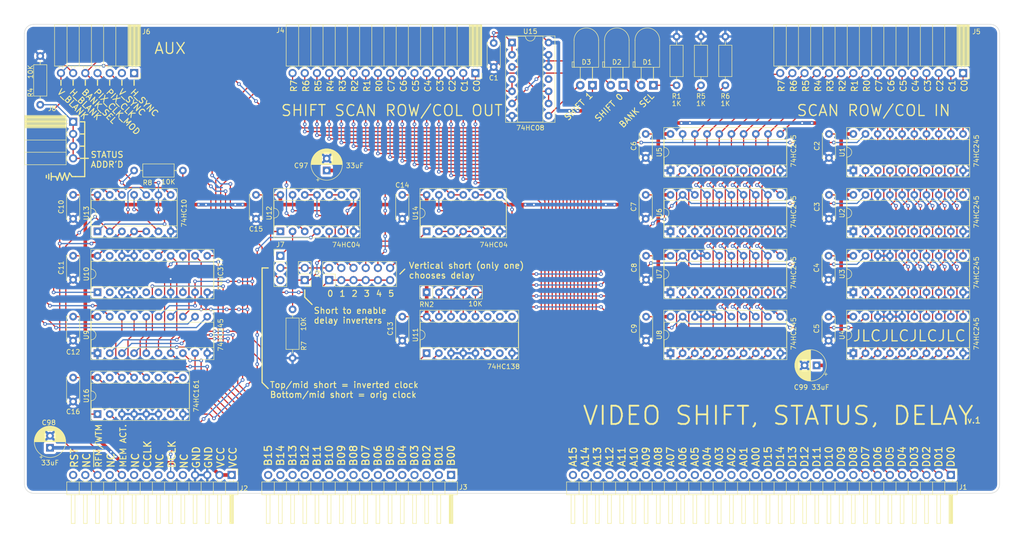
<source format=kicad_pcb>
(kicad_pcb (version 20221018) (generator pcbnew)
  (layers (0 "F.Cu" signal) (31 "B.Cu" signal) (34 "B.Paste" user) (35 "F.Paste" user) (36 "B.SilkS" user "B.Silkscreen") (37 "F.SilkS" user "F.Silkscreen") (38 "B.Mask" user) (39 "F.Mask" user) (44 "Edge.Cuts" user))
  (net 0 "")
  (net 1 "VCC")
  (net 2 "GND")
  (net 3 "/DATA_BUS_00")
  (net 4 "/DATA_BUS_01")
  (net 5 "/DATA_BUS_02")
  (net 6 "/DATA_BUS_03")
  (net 7 "/DATA_BUS_04")
  (net 8 "/DATA_BUS_05")
  (net 9 "/DATA_BUS_06")
  (net 10 "/DATA_BUS_07")
  (net 33 "/DATA_CLK")
  (net 42 "/MEM_ACT")
  (net 43 "/~{RFM}{slash}WTM")
  (net 56 "/ROW_OUT_0")
  (net 57 "/ROW_OUT_1")
  (net 58 "/ROW_OUT_2")
  (net 59 "/ROW_OUT_3")
  (net 60 "/ROW_OUT_4")
  (net 61 "/ROW_OUT_5")
  (net 62 "/ROW_OUT_6")
  (net 63 "/ROW_OUT_7")
  (net 64 "/COL_OUT_0")
  (net 65 "/COL_OUT_1")
  (net 66 "/COL_OUT_2")
  (net 67 "/COL_OUT_3")
  (net 68 "/COL_OUT_4")
  (net 69 "/COL_OUT_5")
  (net 70 "/COL_OUT_6")
  (net 71 "/COL_OUT_7")
  (net 72 "/ROW_IN_0")
  (net 73 "/ROW_IN_1")
  (net 74 "/ROW_IN_2")
  (net 75 "/ROW_IN_3")
  (net 76 "/ROW_IN_4")
  (net 77 "/ROW_IN_5")
  (net 78 "/ROW_IN_6")
  (net 79 "/ROW_IN_7")
  (net 80 "/COL_IN_0")
  (net 81 "/COL_IN_1")
  (net 82 "/COL_IN_2")
  (net 83 "/COL_IN_3")
  (net 84 "/COL_IN_4")
  (net 85 "/COL_IN_5")
  (net 86 "/COL_IN_6")
  (net 87 "/COL_IN_7")
  (net 93 "/SHIFT_SEL_0")
  (net 94 "/SHIFT_SEL_1")
  (net 95 "/BANK_SEL")
  (net 96 "/H_BLANK")
  (net 97 "/V_BLANK")
  (net 98 "/~{READ}")
  (net 99 "/~{WRITE}")
  (net 100 "/FRAME_COUNT_2")
  (net 101 "/FRAME_COUNT_1")
  (net 102 "/ADDRESSED")
  (net 103 "/RFM{slash}~{WTM}")
  (net 106 "/PIX_CLK_RAW")
  (net 107 "/PIX_CLK_MOD")
  (net 108 "/CHOSEN_PIX_CLK")
  (net 109 "/PIX_CLK_DELAY_1")
  (net 110 "/PIX_CLK_DELAY_2")
  (net 111 "/PIX_CLK_DELAY_3")
  (net 112 "/PIX_CLK_DELAY_4")
  (net 113 "/PIX_CLK_DELAY_5")
  (net 114 "/~{PIX_CLK_RAW}")
  (net 115 "/FRAME_COUNT_0")
  (net 122 "/~{SHIFT_0}")
  (net 123 "/~{SHIFT_1}")
  (net 124 "/~{SHIFT_2}")
  (net 125 "/~{SHIFT_3}")
  (net 126 "Net-(D1-K)")
  (net 127 "/BANK_SEL_LED")
  (net 128 "Net-(D2-K)")
  (net 129 "/SHIFT_SEL_0_LED")
  (net 130 "Net-(D3-K)")
  (net 131 "/SHIFT_SEL_1_LED")
  (net 134 "Net-(U12-Pad13)")
  (net 135 "Net-(U12-Pad10)")
  (net 136 "Net-(U14-Pad2)")
  (net 137 "Net-(U14-Pad13)")
  (net 138 "Net-(U14-Pad10)")
  (net 139 "Net-(J10-Pin_1)")
  (net 142 "Net-(U16-CP)")
  (footprint "Capacitor_THT:C_Disc_D5.0mm_W2.5mm_P5.00mm" (layer "F.Cu") (at 218.44 78.66 90)
    (fp_text reference "C2")
    (fp_text value "0.1uF")
  )
  (footprint "Capacitor_THT:C_Disc_D5.0mm_W2.5mm_P5.00mm" (layer "F.Cu") (at 218.44 91.36 90)
    (fp_text reference "C3")
    (fp_text value "0.1uF")
  )
  (footprint "Package_DIP:DIP-20_W7.62mm_Socket" (layer "F.Cu") (at 223.52 81.28 90)
    (fp_text reference "U1")
    (fp_text value "74HC245")
  )
  (footprint "sixteen-bit-computer:peripheral-backplane-membank" (layer "F.Cu") (at 139.7 144.78 -90)
    (fp_text reference "J3")
    (fp_text value "peripheral_membank_connector")
  )
  (footprint "Capacitor_THT:CP_Radial_D6.3mm_P2.50mm" (layer "F.Cu") (at 113.792 81.28 90)
    (fp_text reference "C97")
    (fp_text value "33uF")
  )
  (footprint "Package_DIP:DIP-16_W7.62mm_Socket" (layer "F.Cu") (at 66.04 132.08 90)
    (fp_text reference "U16")
    (fp_text value "74HC161")
  )
  (footprint "Package_DIP:DIP-20_W7.62mm_Socket" (layer "F.Cu") (at 223.52 93.98 90)
    (fp_text reference "U2")
    (fp_text value "74HC245")
  )
  (footprint "Connector_PinHeader_2.54mm:PinHeader_2x06_P2.54mm_Vertical" (layer "F.Cu") (at 114.3 104.14 90)
    (fp_text reference "J9")
    (fp_text value "Conn_02x06_Odd_Even")
  )
  (footprint "Package_DIP:DIP-14_W7.62mm_Socket" (layer "F.Cu") (at 104.14 93.98 90)
    (fp_text reference "U12")
    (fp_text value "74HC04")
  )
  (footprint "Package_DIP:DIP-16_W7.62mm_Socket" (layer "F.Cu") (at 134.62 119.38 90)
    (fp_text reference "U11")
    (fp_text value "74HC138")
  )
  (footprint "sixteen-bit-computer:LED_D5.0mm_Horizontal_O3.81mm_Z3.0mm" (layer "F.Cu") (at 181.864 63.5 180)
    (fp_text reference "D1")
    (fp_text value "LED")
  )
  (footprint "Package_DIP:DIP-14_W7.62mm_Socket" (layer "F.Cu") (at 152.4 54.605)
    (fp_text reference "U15")
    (fp_text value "74HC08")
  )
  (footprint "Resistor_THT:R_Axial_DIN0207_L6.3mm_D2.5mm_P10.16mm_Horizontal" (layer "F.Cu") (at 73.66 81.28)
    (fp_text reference "R8")
    (fp_text value "10K")
  )
  (footprint "sixteen-bit-computer:peripheral-backplane-aux" (layer "F.Cu") (at 93.98 144.78)
    (fp_text reference "J2")
    (fp_text value "peripheral_aux_connector")
  )
  (footprint "Capacitor_THT:C_Disc_D5.0mm_W2.5mm_P5.00mm" (layer "F.Cu") (at 60.96 91.36 90)
    (fp_text reference "C10")
    (fp_text value "0.1uF")
  )
  (footprint "Capacitor_THT:C_Disc_D5.0mm_W2.5mm_P5.00mm" (layer "F.Cu") (at 180.26 91.36 90)
    (fp_text reference "C7")
    (fp_text value "0.1uF")
  )
  (footprint "sixteen-bit-computer:LED_D5.0mm_Horizontal_O3.81mm_Z3.0mm" (layer "F.Cu") (at 175.514 63.5 180)
    (fp_text reference "D2")
    (fp_text value "LED")
  )
  (footprint "Capacitor_THT:C_Disc_D5.0mm_W2.5mm_P5.00mm" (layer "F.Cu") (at 60.96 124.46 -90)
    (fp_text reference "C16")
    (fp_text value "0.1uF")
  )
  (footprint "Capacitor_THT:C_Disc_D5.0mm_W2.5mm_P5.00mm" (layer "F.Cu") (at 180.26 78.66 90)
    (fp_text reference "C6")
    (fp_text value "0.1uF")
  )
  (footprint "Capacitor_THT:C_Disc_D5.0mm_W2.5mm_P5.00mm" (layer "F.Cu") (at 60.96 111.76 -90)
    (fp_text reference "C12")
    (fp_text value "0.1uF")
  )
  (footprint "Connector_PinSocket_2.54mm:PinSocket_1x16_P2.54mm_Horizontal" (layer "F.Cu") (at 246.38 60.96 -90)
    (fp_text reference "J5")
    (fp_text value "Conn_01x16_Socket")
  )
  (footprint "Connector_PinSocket_2.54mm:PinSocket_1x04_P2.54mm_Horizontal" (layer "F.Cu") (at 60.96 71.12)
    (fp_text reference "J8")
    (fp_text value "Conn_01x04_Socket")
  )
  (footprint "Capacitor_THT:C_Disc_D5.0mm_W2.5mm_P5.00mm" (layer "F.Cu") (at 148.59 54.69 -90)
    (fp_text reference "C1")
    (fp_text value "0.1uF")
  )
  (footprint "Connector_PinSocket_2.54mm:PinSocket_1x16_P2.54mm_Horizontal" (layer "F.Cu") (at 144.78 60.96 -90)
    (fp_text reference "J4")
    (fp_text value "Conn_01x16_Socket")
  )
  (footprint "Package_DIP:DIP-14_W7.62mm_Socket" (layer "F.Cu") (at 66.04 93.98 90)
    (fp_text reference "U13")
    (fp_text value "74HC10")
  )
  (footprint "Package_DIP:DIP-20_W7.62mm_Socket" (layer "F.Cu") (at 223.52 119.38 90)
    (fp_text reference "U4")
    (fp_text value "74HC245")
  )
  (footprint "Capacitor_THT:C_Disc_D5.0mm_W2.5mm_P5.00mm" (layer "F.Cu") (at 129.54 116.76 90)
    (fp_text reference "C13")
    (fp_text value "0.1uF")
  )
  (footprint "Resistor_THT:R_Axial_DIN0207_L6.3mm_D2.5mm_P10.16mm_Horizontal" (layer "F.Cu") (at 196.85 63.5 90)
    (fp_text reference "R6")
    (fp_text value "1K")
  )
  (footprint "Package_DIP:DIP-20_W7.62mm_Socket" (layer "F.Cu") (at 185.42 119.38 90)
    (fp_text reference "U8")
    (fp_text value "74HC245")
  )
  (footprint "Package_DIP:DIP-20_W7.62mm_Socket" (layer "F.Cu") (at 66.04 106.68 90)
    (fp_text reference "U10")
    (fp_text value "74HC377")
  )
  (footprint "Capacitor_THT:CP_Radial_D6.3mm_P2.50mm" (layer "F.Cu") (at 215.86 121.92 180)
    (fp_text reference "C99")
    (fp_text value "33uF")
  )
  (footprint "Capacitor_THT:C_Disc_D5.0mm_W2.5mm_P5.00mm" (layer "F.Cu") (at 180.34 116.76 90)
    (fp_text reference "C9")
    (fp_text value "0.1uF")
  )
  (footprint "Package_DIP:DIP-14_W7.62mm_Socket" (layer "F.Cu") (at 134.62 93.98 90)
    (fp_text reference "U14")
    (fp_text value "74HC04")
  )
  (footprint "Package_DIP:DIP-20_W7.62mm_Socket" (layer "F.Cu") (at 223.52 106.68 90)
    (fp_text reference "U3")
    (fp_text value "74HC245")
  )
  (footprint "Resistor_THT:R_Axial_DIN0207_L6.3mm_D2.5mm_P10.16mm_Horizontal" (layer "F.Cu") (at 186.69 63.5 90)
    (fp_text reference "R1")
    (fp_text value "1K")
  )
  (footprint "Resistor_THT:R_Axial_DIN0207_L6.3mm_D2.5mm_P10.16mm_Horizontal" (layer "F.Cu") (at 191.77 63.5 90)
    (fp_text reference "R5")
    (fp_text value "1K")
  )
  (footprint "Package_DIP:DIP-20_W7.62mm_Socket" (layer "F.Cu") (at 185.42 106.68 90)
    (fp_text reference "U7")
    (fp_text value "74HC245")
  )
  (footprint "Package_DIP:DIP-20_W7.62mm_Socket" (layer "F.Cu") (at 185.42 81.28 90)
    (fp_text reference "U5")
    (fp_text value "74HC245")
  )
  (footprint "Connector_PinSocket_2.54mm:PinSocket_1x07_P2.54mm_Horizontal" (layer "F.Cu") (at 73.66 60.96 -90)
    (fp_text reference "J6")
    (fp_text value "video_aux")
  )
  (footprint "Capacitor_THT:C_Disc_D5.0mm_W2.5mm_P5.00mm" (layer "F.Cu") (at 218.36 104.06 90)
    (fp_text reference "C4")
    (fp_text value "0.1uF")
  )
  (footprint "Capacitor_THT:C_Disc_D5.0mm_W2.5mm_P5.00mm" (layer "F.Cu") (at 60.96 104.06 90)
    (fp_text reference "C11")
    (fp_text value "0.1uF")
  )
  (footprint "Package_DIP:DIP-20_W7.62mm_Socket" (layer "F.Cu") (at 185.42 93.98 90)
    (fp_text reference "U6")
    (fp_text value "74HC245")
  )
  (footprint "sixteen-bit-computer:LED_D5.0mm_Horizontal_O3.81mm_Z3.0mm" (layer "F.Cu") (at 169.164 63.5 180)
    (fp_text reference "D3")
    (fp_text value "LED")
  )
  (footprint "Capacitor_THT:CP_Radial_D6.3mm_P2.50mm" (layer "F.Cu") (at 56.134 139.10438 90)
    (fp_text reference "C98")
    (fp_text value "33uF")
  )
  (footprint "Connector_PinHeader_2.54mm:PinHeader_1x02_P2.54mm_Vertical" (layer "F.Cu") (at 109.22 104.14 180)
    (fp_text reference "J10")
    (fp_text value "ENABLE DELAY")
  )
  (footprint "Capacitor_THT:C_Disc_D5.0mm_W2.5mm_P5.00mm" (layer "F.Cu") (at 218.36 116.76 90)
    (fp_text reference "C5")
    (fp_text value "0.1uF")
  )
  (footprint "Capacitor_THT:C_Disc_D5.0mm_W2.5mm_P5.00mm" (layer "F.Cu") (at 99.06 86.36 -90)
    (fp_text reference "C15")
    (fp_text value "0.1uF")
  )
  (footprint "Package_DIP:DIP-20_W7.62mm_Socket" (layer "F.Cu") (at 66.04 119.38 90)
    (fp_text reference "U9")
    (fp_text value "74HC245")
  )
  (footprint "Resistor_THT:R_Axial_DIN0207_L6.3mm_D2.5mm_P10.16mm_Horizontal" (layer "F.Cu") (at 54.102 57.404 -90)
    (fp_text reference "R4")
    (fp_text value "10K")
  )
  (footprint "sixteen-bit-computer:peripheral-backplane-data-addr-anno" (layer "F.Cu") (at 243.84 144.78 -90)
    (fp_text reference "J1")
    (fp_text value "peripheral_addr_bus_connector")
  )
  (footprint "Capacitor_THT:C_Disc_D5.0mm_W2.5mm_P5.00mm" (layer "F.Cu") (at 180.34 104.06 90)
    (fp_text reference "C8")
    (fp_text value "0.1uF")
  )
  (footprint "Capacitor_THT:C_Disc_D5.0mm_W2.5mm_P5.00mm" (layer "F.Cu") (at 129.54 86.36 -90)
    (fp_text reference "C14")
    (fp_text value "0.1uF")
  )
  (footprint "Connector_PinHeader_2.54mm:PinHeader_1x03_P2.54mm_Vertical" (layer "F.Cu") (at 104.14 99.06)
    (fp_text reference "J7")
    (fp_text value "Conn_01x03_Pin")
  )
  (footprint "Resistor_THT:R_Array_SIP5" (layer "F.Cu") (at 134.62 106.68)
    (fp_text reference "RN2")
    (fp_text value "10K")
  )
  (footprint "Resistor_THT:R_Axial_DIN0207_L6.3mm_D2.5mm_P10.16mm_Horizontal" (layer "F.Cu") (at 106.68 110.236 -90)
    (fp_text reference "R7")
    (fp_text value "10K")
  )
  (gr_line (start 101.6 126.746) (end 100.33 125.476) (stroke (width 0.254)) (layer "F.SilkS"))
  (gr_line (start 68.58 62.484) (end 68.58 63.5) (stroke (width 0.254)) (layer "F.SilkS"))
  (gr_line (start 66.04 62.484) (end 66.04 63.5) (stroke (width 0.254)) (layer "F.SilkS"))
  (gr_line (start 60.706 82.55) (end 60.198 81.788) (stroke (width 0.254)) (layer "F.SilkS"))
  (gr_line (start 59.69 83.312) (end 59.182 81.788) (stroke (width 0.254)) (layer "F.SilkS"))
  (gr_line (start 64.135 78.74) (end 63.373 78.74) (stroke (width 0.254)) (layer "F.SilkS"))
  (gr_line (start 63.5 62.484) (end 63.5 63.5) (stroke (width 0.254)) (layer "F.SilkS"))
  (gr_line (start 60.706 82.55) (end 61.468 82.55) (stroke (width 0.254)) (layer "F.SilkS"))
  (gr_line (start 58.166 81.788) (end 57.658 83.312) (stroke (width 0.254)) (layer "F.SilkS"))
  (gr_line (start 56.388 81.788) (end 56.388 83.312) (stroke (width 0.254)) (layer "F.SilkS"))
  (gr_line (start 55.88 82.042) (end 55.88 83.058) (stroke (width 0.254)) (layer "F.SilkS"))
  (gr_line (start 71.12 62.484) (end 71.12 63.5) (stroke (width 0.254)) (layer "F.SilkS"))
  (gr_line (start 58.42 62.484) (end 58.42 63.5) (stroke (width 0.254)) (layer "F.SilkS"))
  (gr_line (start 63.373 82.55) (end 61.468 82.55) (stroke (width 0.254)) (layer "F.SilkS"))
  (gr_line (start 63.373 78.74) (end 62.484 78.74) (stroke (width 0.254)) (layer "F.SilkS"))
  (gr_line (start 100.33 101.6) (end 101.6 101.6) (stroke (width 0.254)) (layer "F.SilkS"))
  (gr_line (start 62.484 76.2) (end 63.246 76.2) (stroke (width 0.254)) (layer "F.SilkS"))
  (gr_line (start 63.373 71.12) (end 62.484 71.12) (stroke (width 0.254)) (layer "F.SilkS"))
  (gr_line (start 55.372 82.296) (end 55.372 82.804) (stroke (width 0.254)) (layer "F.SilkS"))
  (gr_line (start 109.22 106.172) (end 109.22 107.696) (stroke (width 0.254)) (layer "F.SilkS"))
  (gr_line (start 57.658 83.312) (end 57.404 82.55) (stroke (width 0.254)) (layer "F.SilkS"))
  (gr_line (start 110.744 109.22) (end 109.22 107.696) (stroke (width 0.254)) (layer "F.SilkS"))
  (gr_line (start 60.198 81.788) (end 59.69 83.312) (stroke (width 0.254)) (layer "F.SilkS"))
  (gr_line (start 62.484 73.66) (end 63.246 73.66) (stroke (width 0.254)) (layer "F.SilkS"))
  (gr_line (start 58.674 83.312) (end 58.166 81.788) (stroke (width 0.254)) (layer "F.SilkS"))
  (gr_line (start 100.33 125.476) (end 100.33 101.6) (stroke (width 0.254)) (layer "F.SilkS"))
  (gr_line (start 57.404 82.55) (end 56.388 82.55) (stroke (width 0.254)) (layer "F.SilkS"))
  (gr_line (start 60.96 62.484) (end 60.96 63.5) (stroke (width 0.254)) (layer "F.SilkS"))
  (gr_line (start 63.373 71.12) (end 63.373 78.74) (stroke (width 0.254)) (layer "F.SilkS"))
  (gr_line (start 63.373 78.74) (end 63.373 82.55) (stroke (width 0.254)) (layer "F.SilkS"))
  (gr_line (start 130.048 101.854) (end 129.032 102.87) (stroke (width 0.254)) (layer "F.SilkS"))
  (gr_line (start 73.66 62.484) (end 73.66 63.5) (stroke (width 0.254)) (layer "F.SilkS"))
  (gr_line (start 59.182 81.788) (end 58.674 83.312) (stroke (width 0.254)) (layer "F.SilkS"))
  (gr_line (start 254 52.705) (end 254 146.685) (stroke (width 0.1)) (layer "Edge.Cuts"))
  (gr_arc (start 254 146.685) (mid 253.442038 148.032038) (end 252.095 148.59) (stroke (width 0.1)) (layer "Edge.Cuts"))
  (gr_arc (start 52.705 148.59) (mid 51.357962 148.032038) (end 50.8 146.685) (stroke (width 0.1)) (layer "Edge.Cuts"))
  (gr_line (start 50.8 146.685) (end 50.8 52.705) (stroke (width 0.1)) (layer "Edge.Cuts"))
  (gr_arc (start 50.8 52.705) (mid 51.357962 51.357962) (end 52.705 50.8) (stroke (width 0.1)) (layer "Edge.Cuts"))
  (gr_line (start 252.095 148.59) (end 52.705 148.59) (stroke (width 0.1)) (layer "Edge.Cuts"))
  (gr_arc (start 252.095 50.8) (mid 253.442038 51.357962) (end 254 52.705) (stroke (width 0.1)) (layer "Edge.Cuts"))
  (gr_line (start 52.705 50.8) (end 252.095 50.8) (stroke (width 0.1)) (layer "Edge.Cuts"))
  (gr_text "R7" (at 107.696 65.024 90) (layer "F.SilkS") (effects (font (size 1.27 1.27) (thickness 0.2032)) (justify left bottom)))
  (gr_text "SHIFT 1" (at 164.084 71.12 45) (layer "F.SilkS") (effects (font (size 1.27 1.27) (thickness 0.2032)) (justify left bottom)))
  (gr_text "5" (at 126.492 107.696) (layer "F.SilkS") (effects (font (size 1.27 1.27) (thickness 0.2032)) (justify left bottom)))
  (gr_text "C5" (at 133.096 65.024 90) (layer "F.SilkS") (effects (font (size 1.27 1.27) (thickness 0.2032)) (justify left bottom)))
  (gr_text "JLCJLCJLCJLC" (at 223.266 117.094) (layer "F.SilkS") (effects (font (size 2.286 2.286) (thickness 0.254)) (justify left bottom)))
  (gr_text "C2" (at 140.716 65.024 90) (layer "F.SilkS") (effects (font (size 1.27 1.27) (thickness 0.2032)) (justify left bottom)))
  (gr_text "C5" (at 234.696 65.024 90) (layer "F.SilkS") (effects (font (size 1.27 1.27) (thickness 0.2032)) (justify left bottom)))
  (gr_text "Short to enable\ndelay inverters" (at 110.998 113.284) (layer "F.SilkS") (effects (font (size 1.27 1.27) (thickness 0.2032)) (justify left bottom)))
  (gr_text "R3" (at 117.856 65.024 90) (layer "F.SilkS") (effects (font (size 1.27 1.27) (thickness 0.2032)) (justify left bottom)))
  (gr_text "R0" (at 227.076 65.024 90) (layer "F.SilkS") (effects (font (size 1.27 1.27) (thickness 0.2032)) (justify left bottom)))
  (gr_text "R4" (at 216.916 65.024 90) (layer "F.SilkS") (effects (font (size 1.27 1.27) (thickness 0.2032)) (justify left bottom)))
  (gr_text "Vertical short (only one)\nchooses delay" (at 130.81 103.886) (layer "F.SilkS") (effects (font (size 1.27 1.27) (thickness 0.2032)) (justify left bottom)))
  (gr_text "C1" (at 244.856 65.024 90) (layer "F.SilkS") (effects (font (size 1.27 1.27) (thickness 0.2032)) (justify left bottom)))
  (gr_text "BANK SEL" (at 175.514 72.644 45) (layer "F.SilkS") (effects (font (size 1.27 1.27) (thickness 0.2032)) (justify left bottom)))
  (gr_text "C1" (at 143.256 65.024 90) (layer "F.SilkS") (effects (font (size 1.27 1.27) (thickness 0.2032)) (justify left bottom)))
  (gr_text "H_SYNC" (at 72.644 65.024 315) (layer "F.SilkS") (effects (font (size 1.27 1.27) (thickness 0.2032)) (justify left bottom)))
  (gr_text "2" (at 118.872 107.696) (layer "F.SilkS") (effects (font (size 1.27 1.27) (thickness 0.2032)) (justify left bottom)))
  (gr_text "PIX_CLK" (at 67.564 65.024 315) (layer "F.SilkS") (effects (font (size 1.27 1.27) (thickness 0.2032)) (justify left bottom)))
  (gr_text "C4" (at 237.236 65.024 90) (layer "F.SilkS") (effects (font (size 1.27 1.27) (thickness 0.2032)) (justify left bottom)))
  (gr_text "SHIFT 0" (at 170.434 71.374 45) (layer "F.SilkS") (effects (font (size 1.27 1.27) (thickness 0.2032)) (justify left bottom)))
  (gr_text "R7" (at 209.296 65.024 90) (layer "F.SilkS") (effects (font (size 1.27 1.27) (thickness 0.2032)) (justify left bottom)))
  (gr_text "STATUS\nADDR'D" (at 64.516 80.772) (layer "F.SilkS") (effects (font (size 1.27 1.27) (thickness 0.2032)) (justify left bottom)))
  (gr_text "H_BLANK" (at 59.944 65.024 315) (layer "F.SilkS") (effects (font (size 1.27 1.27) (thickness 0.2032)) (justify left bottom)))
  (gr_text "0" (at 113.792 107.696) (layer "F.SilkS") (effects (font (size 1.27 1.27) (thickness 0.2032)) (justify left bottom)))
  (gr_text "V_SYNC" (at 70.104 65.024 315) (layer "F.SilkS") (effects (font (size 1.27 1.27) (thickness 0.2032)) (justify left bottom)))
  (gr_text "VIDEO SHIFT, STATUS, DELAY" (at 166.878 134.62) (layer "F.SilkS") (effects (font (size 3.81 3.81) (thickness 0.381)) (justify left bottom)))
  (gr_text "3" (at 121.412 107.696) (layer "F.SilkS") (effects (font (size 1.27 1.27) (thickness 0.2032)) (justify left bottom)))
  (gr_text "R2" (at 221.996 65.024 90) (layer "F.SilkS") (effects (font (size 1.27 1.27) (thickness 0.2032)) (justify left bottom)))
  (gr_text "R0" (at 125.476 65.024 90) (layer "F.SilkS") (effects (font (size 1.27 1.27) (thickness 0.2032)) (justify left bottom)))
  (gr_text "C3" (at 239.776 65.024 90) (layer "F.SilkS") (effects (font (size 1.27 1.27) (thickness 0.2032)) (justify left bottom)))
  (gr_text "V_BLANK" (at 57.404 65.024 315) (layer "F.SilkS") (effects (font (size 1.27 1.27) (thickness 0.2032)) (justify left bottom)))
  (gr_text "AUX" (at 77.724 57.15) (layer "F.SilkS") (effects (font (size 2.286 2.286) (thickness 0.254)) (justify left bottom)))
  (gr_text "R5" (at 214.376 65.024 90) (layer "F.SilkS") (effects (font (size 1.27 1.27) (thickness 0.2032)) (justify left bottom)))
  (gr_text "C3" (at 138.176 65.024 90) (layer "F.SilkS") (effects (font (size 1.27 1.27) (thickness 0.2032)) (justify left bottom)))
  (gr_text "C2" (at 242.316 65.024 90) (layer "F.SilkS") (effects (font (size 1.27 1.27) (thickness 0.2032)) (justify left bottom)))
  (gr_text "R6" (at 211.836 65.024 90) (layer "F.SilkS") (effects (font (size 1.27 1.27) (thickness 0.2032)) (justify left bottom)))
  (gr_text "R4" (at 115.316 65.024 90) (layer "F.SilkS") (effects (font (size 1.27 1.27) (thickness 0.2032)) (justify left bottom)))
  (gr_text "C7" (at 128.016 65.024 90) (layer "F.SilkS") (effects (font (size 1.27 1.27) (thickness 0.2032)) (justify left bottom)))
  (gr_text "C0" (at 247.396 65.024 90) (layer "F.SilkS") (effects (font (size 1.27 1.27) (thickness 0.2032)) (justify left bottom)))
  (gr_text "BANK_SEL" (at 62.484 65.024 315) (layer "F.SilkS") (effects (font (size 1.27 1.27) (thickness 0.2032)) (justify left bottom)))
  (gr_text "PIX_CLK_MOD" (at 65.024 65.024 315) (layer "F.SilkS") (effects (font (size 1.27 1.27) (thickness 0.2032)) (justify left bottom)))
  (gr_text "R2" (at 120.396 65.024 90) (layer "F.SilkS") (effects (font (size 1.27 1.27) (thickness 0.2032)) (justify left bottom)))
  (gr_text "1" (at 116.332 107.696) (layer "F.SilkS") (effects (font (size 1.27 1.27) (thickness 0.2032)) (justify left bottom)))
  (gr_text "C0" (at 145.796 65.024 90) (layer "F.SilkS") (effects (font (size 1.27 1.27) (thickness 0.2032)) (justify left bottom)))
  (gr_text "SCAN ROW/COL IN" (at 211.582 70.104) (layer "F.SilkS") (effects (font (size 2.286 2.286) (thickness 0.254)) (justify left bottom)))
  (gr_text "SHIFT SCAN ROW/COL OUT" (at 104.14 70.104) (layer "F.SilkS") (effects (font (size 2.286 2.286) (thickness 0.254)) (justify left bottom)))
  (gr_text "R3" (at 219.456 65.024 90) (layer "F.SilkS") (effects (font (size 1.27 1.27) (thickness 0.2032)) (justify left bottom)))
  (gr_text "C6" (at 232.156 65.024 90) (layer "F.SilkS") (effects (font (size 1.27 1.27) (thickness 0.2032)) (justify left bottom)))
  (gr_text "R1" (at 122.936 65.024 90) (layer "F.SilkS") (effects (font (size 1.27 1.27) (thickness 0.2032)) (justify left bottom)))
  (gr_text "C7" (at 229.616 65.024 90) (layer "F.SilkS") (effects (font (size 1.27 1.27) (thickness 0.2032)) (justify left bottom)))
  (gr_text "R6" (at 110.236 65.024 90) (layer "F.SilkS") (effects (font (size 1.27 1.27) (thickness 0.2032)) (justify left bottom)))
  (gr_text "R5" (at 112.776 65.024 90) (layer "F.SilkS") (effects (font (size 1.27 1.27) (thickness 0.2032)) (justify left bottom)))
  (gr_text "4" (at 123.952 107.696) (layer "F.SilkS") (effects (font (size 1.27 1.27) (thickness 0.2032)) (justify left bottom)))
  (gr_text "R1" (at 224.536 65.024 90) (layer "F.SilkS") (effects (font (size 1.27 1.27) (thickness 0.2032)) (justify left bottom)))
  (gr_text "v.1" (at 247.142 134.112) (layer "F.SilkS") (effects (font (size 1.27 1.27) (thickness 0.2032)) (justify left bottom)))
  (gr_text "C4" (at 135.636 65.024 90) (layer "F.SilkS") (effects (font (size 1.27 1.27) (thickness 0.2032)) (justify left bottom)))
  (gr_text "Top/mid short = inverted clock\nBottom/mid short = orig clock" (at 101.854 128.778) (layer "F.SilkS") (effects (font (size 1.27 1.27) (thickness 0.2032)) (justify left bottom)))
  (gr_text "C6" (at 130.556 65.024 90) (layer "F.SilkS") (effects (font (size 1.27 1.27) (thickness 0.2032)) (justify left bottom)))
  (segment (start 187.706 71.374) (end 189.484 71.374) (width 0.762) (layer "F.Cu") (net 1))
  (segment (start 88.9 142.24) (end 78.74 142.24) (width 0.762) (layer "F.Cu") (net 1))
  (segment (start 220.98 119.126) (end 218.186 121.92) (width 0.762) (layer "F.Cu") (net 1))
  (segment (start 81.28 124.46) (end 81.28 125.984) (width 0.254) (layer "F.Cu") (net 1))
  (segment (start 157.993 52.578) (end 160.02 54.605) (width 0.254) (layer "F.Cu") (net 1))
  (segment (start 182.88 71.374) (end 182.88 73.66) (width 0.762) (layer "F.Cu") (net 1))
  (segment (start 134.62 88.392) (end 153.67 88.392) (width 0.762) (layer "F.Cu") (net 1))
  (segment (start 182.88 111.76) (end 185.42 111.76) (width 0.762) (layer "F.Cu") (net 1))
  (segment (start 96.266 88.392) (end 99.06 88.392) (width 0.762) (layer "F.Cu") (net 1))
  (segment (start 218.186 121.92) (end 215.86 121.92) (width 0.762) (layer "F.Cu") (net 1))
  (segment (start 218.36 99.06) (end 220.98 99.06) (width 0.254) (layer "F.Cu") (net 1))
  (segment (start 166.116 68.834) (end 164.338 68.834) (width 0.762) (layer "F.Cu") (net 1))
  (segment (start 63.5 111.76) (end 66.04 111.76) (width 0.762) (layer "F.Cu") (net 1))
  (segment (start 138.176 115.316) (end 143.256 115.316) (width 0.254) (layer "F.Cu") (net 1))
  (segment (start 218.44 86.36) (end 220.98 86.36) (width 0.254) (layer "F.Cu") (net 1))
  (segment (start 84.328 88.392) (end 87.122 88.392) (width 0.762) (layer "F.Cu") (net 1))
  (segment (start 220.98 111.76) (end 223.52 111.76) (width 0.762) (layer "F.Cu") (net 1))
  (segment (start 186.436 71.374) (end 183.388 71.374) (width 0.762) (layer "F.Cu") (net 1))
  (segment (start 63.5 134.62) (end 63.5 132.08) (width 0.762) (layer "F.Cu") (net 1))
  (segment (start 60.96 124.46) (end 63.5 124.46) (width 0.254) (layer "F.Cu") (net 1))
  (segment (start 83.82 88.392) (end 84.328 88.392) (width 0.254) (layer "F.Cu") (net 1))
  (segment (start 71.12 142.24) (end 69.85 140.97) (width 0.762) (layer "F.Cu") (net 1))
  (segment (start 83.82 124.46) (end 81.28 124.46) (width 0.254) (layer "F.Cu") (net 1))
  (segment (start 94.742 88.392) (end 96.266 88.392) (width 0.762) (layer "F.Cu") (net 1))
  (segment (start 180.34 111.76) (end 182.88 111.76) (width 0.254) (layer "F.Cu") (net 1))
  (segment (start 134.62 86.36) (end 134.62 88.392) (width 0.762) (layer "F.Cu") (net 1))
  (segment (start 183.388 71.374) (end 182.88 71.374) (width 0.762) (layer "F.Cu") (net 1))
  (segment (start 183.388 99.06) (end 182.88 99.06) (width 0.762) (layer "F.Cu") (net 1))
  (segment (start 153.67 88.392) (end 154.432 88.392) (width 0.762) (layer "F.Cu") (net 1))
  (segment (start 171.958 88.392) (end 173.736 88.392) (width 0.762) (layer "F.Cu") (net 1))
  (segment (start 122.936 88.392) (end 122.936 84.328) (width 0.762) (layer "F.Cu") (net 1))
  (segment (start 223.52 73.66) (end 220.98 73.66) (width 0.762) (layer "F.Cu") (net 1))
  (segment (start 154.432 97.282) (end 150.368 101.346) (width 0.762) (layer "F.Cu") (net 1))
  (segment (start 182.88 88.392) (end 182.88 86.36) (width 0.762) (layer "F.Cu") (net 1))
  (segment (start 119.888 81.28) (end 113.792 81.28) (width 0.762) (layer "F.Cu") (net 1))
  (segment (start 83.82 81.28) (end 83.82 88.392) (width 0.254) (layer "F.Cu") (net 1))
  (segment (start 223.52 86.36) (end 220.98 86.36) (width 0.762) (layer "F.Cu") (net 1))
  (segment (start 220.98 111.252) (end 220.98 111.76) (width 0.762) (layer "F.Cu") (net 1))
  (segment (start 187.706 71.374) (end 186.436 71.374) (width 0.762) (layer "F.Cu") (net 1))
  (segment (start 68.834 139.954) (end 63.5 134.62) (width 0.762) (layer "F.Cu") (net 1))
  (segment (start 182.88 73.66) (end 185.42 73.66) (width 0.762) (layer "F.Cu") (net 1))
  (segment (start 73.66 93.98) (end 70.612 97.028) (width 0.254) (layer "F.Cu") (net 1))
  (segment (start 134.62 103.759) (end 134.62 111.76) (width 0.762) (layer "F.Cu") (net 1))
  (segment (start 99.06 86.36) (end 104.14 86.36) (width 0.254) (layer "F.Cu") (net 1))
  (segment (start 218.694 71.374) (end 220.98 73.66) (width 0.762) (layer "F.Cu") (net 1))
  (segment (start 218.44 73.66) (end 220.98 73.66) (width 0.254) (layer "F.Cu") (net 1))
  (segment (start 220.98 73.66) (end 220.98 86.36) (width 0.762) (layer "F.Cu") (net 1))
  (segment (start 60.96 86.36) (end 66.04 86.36) (width 0.254) (layer "F.Cu") (net 1))
  (segment (start 218.36 111.76) (end 220.98 111.76) (width 0.254) (layer "F.Cu") (net 1))
  (segment (start 214.884 71.374) (end 212.852 71.374) (width 0.762) (layer "F.Cu") (net 1))
  (segment (start 154.432 88.392) (end 154.432 97.282) (width 0.762) (layer "F.Cu") (net 1))
  (segment (start 150.368 101.346) (end 137.033 101.346) (width 0.762) (layer "F.Cu") (net 1))
  (segment (start 122.936 88.392) (end 134.62 88.392) (width 0.762) (layer "F.Cu") (net 1))
  (segment (start 66.04 88.392) (end 66.04 86.36) (width 0.762) (layer "F.Cu") (net 1))
  (segment (start 104.14 88.392) (end 104.14 86.36) (width 0.762) (layer "F.Cu") (net 1))
  (segment (start 60.96 99.06) (end 64.008 99.06) (width 0.254) (layer "F.Cu") (net 1))
  (segment (start 185.42 86.36) (end 182.88 86.36) (width 0.762) (layer "F.Cu") (net 1))
  (segment (start 155.194 88.392) (end 156.972 88.392) (width 0.762) (layer "F.Cu") (net 1))
  (segment (start 182.88 71.374) (end 180.34 68.834) (width 0.762) (layer "F.Cu") (net 1))
  (segment (start 81.28 125.984) (end 67.564 125.984) (width 0.254) (layer "F.Cu") (net 1))
  (segment (start 129.54 86.36) (end 134.62 86.36) (width 0.254) (layer "F.Cu") (net 1))
  (segment (start 182.88 86.36) (end 182.88 73.66) (width 0.762) (layer "F.Cu") (net 1))
  (segment (start 223.52 99.06) (end 220.98 99.06) (width 0.762) (layer "F.Cu") (net 1))
  (segment (start 70.612 97.028) (end 68.072 97.028) (width 0.254) (layer "F.Cu") (net 1))
  (segment (start 63.5 124.46) (end 66.04 124.46) (width 0.762) (layer "F.Cu") (net 1))
  (segment (start 63.5 99.06) (end 64.008 99.06) (width 0.762) (layer "F.Cu") (net 1))
  (segment (start 180.26 86.36) (end 182.88 86.36) (width 0.254) (layer "F.Cu") (net 1))
  (segment (start 173.736 88.392) (end 182.88 88.392) (width 0.762) (layer "F.Cu") (net 1))
  (segment (start 182.88 88.392) (end 182.88 99.06) (width 0.762) (layer "F.Cu") (net 1))
  (segment (start 129.54 111.76) (end 134.62 111.76) (width 0.254) (layer "F.Cu") (net 1))
  (segment (start 185.42 99.06) (end 183.388 99.06) (width 0.762) (layer "F.Cu") (net 1))
  (segment (start 148.59 52.578) (end 157.993 52.578) (width 0.254) (layer "F.Cu") (net 1))
  (segment (start 87.122 88.392) (end 88.646 88.392) (width 0.762) (layer "F.Cu") (net 1))
  (segment (start 63.5 124.46) (end 63.5 90.932) (width 0.762) (layer "F.Cu") (net 1))
  (segment (start 134.62 111.76) (end 138.176 115.316) (width 0.254) (layer "F.Cu") (net 1))
  (segment (start 143.256 115.316) (end 147.32 119.38) (width 0.254) (layer "F.Cu") (net 1))
  (segment (start 73.66 93.98) (end 76.2 93.98) (width 0.254) (layer "F.Cu") (net 1))
  (segment (start 91.44 144.78) (end 88.9 142.24) (width 0.762) (layer "F.Cu") (net 1))
  (segment (start 66.04 132.08) (end 63.5 132.08) (width 0.254) (layer "F.Cu") (net 1))
  (segment (start 93.98 144.78) (end 91.44 144.78) (width 0.762) (layer "F.Cu") (net 1))
  (segment (start 180.34 99.06) (end 183.388 99.06) (width 0.254) (layer "F.Cu") (net 1))
  (segment (start 220.98 111.252) (end 220.98 119.126) (width 0.762) (layer "F.Cu") (net 1))
  (segment (start 63.5 90.932) (end 66.04 88.392) (width 0.762) (layer "F.Cu") (net 1))
  (segment (start 220.98 99.06) (end 220.98 111.252) (width 0.762) (layer "F.Cu") (net 1))
  (segment (start 67.564 125.984) (end 66.04 124.46) (width 0.254) (layer "F.Cu") (net 1))
  (segment (start 182.88 99.06) (end 182.88 111.76) (width 0.762) (layer "F.Cu") (net 1))
  (segment (start 63.5 132.08) (end 63.5 124.46) (width 0.762) (layer "F.Cu") (net 1))
  (segment (start 153.67 88.392) (end 155.194 88.392) (width 0.762) (layer "F.Cu") (net 1))
  (segment (start 66.04 88.392) (end 84.328 88.392) (width 0.762) (layer "F.Cu") (net 1))
  (segment (start 180.34 68.834) (end 166.116 68.834) (width 0.762) (layer "F.Cu") (net 1))
  (segment (start 68.072 97.028) (end 66.04 99.06) (width 0.254) (layer "F.Cu") (net 1))
  (segment (start 180.26 73.66) (end 182.88 73.66) (width 0.254) (layer "F.Cu") (net 1))
  (segment (start 104.14 88.392) (end 122.936 88.392) (width 0.762) (layer "F.Cu") (net 1))
  (segment (start 64.008 99.06) (end 66.04 99.06) (width 0.762) (layer "F.Cu") (net 1))
  (segment (start 122.936 84.328) (end 119.888 81.28) (width 0.762) (layer "F.Cu") (net 1))
  (segment (start 81.28 125.984) (end 81.28 132.08) (width 0.254) (layer "F.Cu") (net 1))
  (segment (start 78.74 142.24) (end 71.12 142.24) (width 0.762) (layer "F.Cu") (net 1))
  (segment (start 99.06 88.392) (end 104.14 88.392) (width 0.762) (layer "F.Cu") (net 1))
  (segment (start 60.96 111.76) (end 63.5 111.76) (width 0.254) (layer "F.Cu") (net 1))
  (segment (start 214.884 71.374) (end 218.694 71.374) (width 0.762) (layer "F.Cu") (net 1))
  (segment (start 137.033 101.346) (end 134.62 103.759) (width 0.762) (layer "F.Cu") (net 1))
  (segment (start 220.98 86.36) (end 220.98 99.06) (width 0.762) (layer "F.Cu") (net 1))
  (via (at 164.338 68.834) (size 0.762) (drill 0.381) (layers "F.Cu" "B.Cu") (net 1))
  (via (at 87.122 88.392) (size 0.762) (drill 0.381) (layers "F.Cu" "B.Cu") (net 1))
  (via (at 171.958 88.392) (size 0.762) (drill 0.381) (layers "F.Cu" "B.Cu") (net 1))
  (via (at 148.59 52.578) (size 0.762) (drill 0.381) (layers "F.Cu" "B.Cu") (net 1))
  (via (at 69.85 140.97) (size 0.762) (drill 0.381) (layers "F.Cu" "B.Cu") (net 1))
  (via (at 187.706 71.374) (size 0.762) (drill 0.381) (layers "F.Cu" "B.Cu") (net 1))
  (via (at 166.116 68.834) (size 0.762) (drill 0.381) (layers "F.Cu" "B.Cu") (net 1))
  (via (at 68.834 139.954) (size 0.762) (drill 0.381) (layers "F.Cu" "B.Cu") (net 1))
  (via (at 173.736 88.392) (size 0.762) (drill 0.381) (layers "F.Cu" "B.Cu") (net 1))
  (via (at 96.266 88.392) (size 0.762) (drill 0.381) (layers "F.Cu" "B.Cu") (net 1))
  (via (at 88.646 88.392) (size 0.762) (drill 0.381) (layers "F.Cu" "B.Cu") (net 1))
  (via (at 214.884 71.374) (size 0.762) (drill 0.381) (layers "F.Cu" "B.Cu") (net 1))
  (via (at 155.194 88.392) (size 0.762) (drill 0.381) (layers "F.Cu" "B.Cu") (net 1))
  (via (at 94.742 88.392) (size 0.762) (drill 0.381) (layers "F.Cu" "B.Cu") (net 1))
  (via (at 212.852 71.374) (size 0.762) (drill 0.381) (layers "F.Cu" "B.Cu") (net 1))
  (via (at 156.972 88.392) (size 0.762) (drill 0.381) (layers "F.Cu" "B.Cu") (net 1))
  (via (at 189.484 71.374) (size 0.762) (drill 0.381) (layers "F.Cu" "B.Cu") (net 1))
  (segment (start 166.116 68.834) (end 162.052 68.834) (width 0.762) (layer "B.Cu") (net 1))
  (segment (start 162.052 54.61) (end 162.047 54.605) (width 0.762) (layer "B.Cu") (net 1))
  (segment (start 155.194 88.392) (end 173.736 88.392) (width 0.762) (layer "B.Cu") (net 1))
  (segment (start 67.98438 139.10438) (end 56.134 139.10438) (width 0.762) (layer "B.Cu") (net 1))
  (segment (start 148.59 52.578) (end 148.59 54.69) (width 0.254) (layer "B.Cu") (net 1))
  (segment (start 162.047 54.605) (end 160.02 54.605) (width 0.762) (layer "B.Cu") (net 1))
  (segment (start 69.85 140.97) (end 67.98438 139.10438) (width 0.762) (layer "B.Cu") (net 1))
  (segment (start 87.122 88.392) (end 96.266 88.392) (width 0.762) (layer "B.Cu") (net 1))
  (segment (start 187.706 71.374) (end 214.884 71.374) (width 0.762) (layer "B.Cu") (net 1))
  (segment (start 162.052 68.834) (end 162.052 54.61) (width 0.762) (layer "B.Cu") (net 1))
  (segment (start 81.28 103.886) (end 81.28 106.68) (width 0.254) (layer "F.Cu") (net 2))
  (via (at 81.28 103.886) (size 0.762) (drill 0.381) (layers "F.Cu" "B.Cu") (net 2))
  (segment (start 193.04 99.06) (end 192.024 98.044) (width 0.254) (layer "B.Cu") (net 2))
  (segment (start 190.5 86.36) (end 189.738 85.598) (width 0.254) (layer "B.Cu") (net 2))
  (segment (start 189.738 85.598) (end 189.23 85.09) (width 0.254) (layer "B.Cu") (net 2))
  (segment (start 195.58 111.76) (end 194.31 110.49) (width 0.254) (layer "B.Cu") (net 2))
  (segment (start 90.424 114.808) (end 84.328 114.808) (width 0.254) (layer "F.Cu") (net 3))
  (segment (start 94.742 114.808) (end 93.218 114.808) (width 0.254) (layer "F.Cu") (net 3))
  (segment (start 106.68 137.16) (end 95.25 125.73) (width 0.254) (layer "F.Cu") (net 3))
  (segment (start 243.84 144.78) (end 236.22 137.16) (width 0.254) (layer "F.Cu") (net 3))
  (segment (start 236.22 137.16) (end 106.68 137.16) (width 0.254) (layer "F.Cu") (net 3))
  (segment (start 95.25 115.316) (end 94.742 114.808) (width 0.254) (layer "F.Cu") (net 3))
  (segment (start 84.328 114.808) (end 82.55 116.586) (width 0.254) (layer "F.Cu") (net 3))
  (segment (start 95.25 125.73) (end 95.25 115.316) (width 0.254) (layer "F.Cu") (net 3))
  (via (at 93.218 114.808) (size 0.762) (drill 0.381) (layers "F.Cu" "B.Cu") (net 3))
  (via (at 82.55 116.586) (size 0.762) (drill 0.381) (layers "F.Cu" "B.Cu") (net 3))
  (via (at 90.424 114.808) (size 0.762) (drill 0.381) (layers "F.Cu" "B.Cu") (net 3))
  (segment (start 82.55 116.586) (end 71.374 116.586) (width 0.254) (layer "B.Cu") (net 3))
  (segment (start 90.424 114.808) (end 93.218 114.808) (width 0.254) (layer "B.Cu") (net 3))
  (segment (start 71.374 116.586) (end 68.58 119.38) (width 0.254) (layer "B.Cu") (net 3))
  (segment (start 234.442 137.922) (end 241.3 144.78) (width 0.254) (layer "F.Cu") (net 4))
  (segment (start 105.918 137.922) (end 234.442 137.922) (width 0.254) (layer "F.Cu") (net 4))
  (segment (start 94.234 126.238) (end 105.918 137.922) (width 0.254) (layer "F.Cu") (net 4))
  (segment (start 94.234 115.57) (end 94.234 126.238) (width 0.254) (layer "F.Cu") (net 4))
  (segment (start 85.344 115.57) (end 83.566 117.348) (width 0.254) (layer "F.Cu") (net 4))
  (segment (start 89.662 115.57) (end 85.344 115.57) (width 0.254) (layer "F.Cu") (net 4))
  (via (at 94.234 115.57) (size 0.762) (drill 0.381) (layers "F.Cu" "B.Cu") (net 4))
  (via (at 83.566 117.348) (size 0.762) (drill 0.381) (layers "F.Cu" "B.Cu") (net 4))
  (via (at 89.662 115.57) (size 0.762) (drill 0.381) (layers "F.Cu" "B.Cu") (net 4))
  (segment (start 73.152 117.348) (end 71.12 119.38) (width 0.254) (layer "B.Cu") (net 4))
  (segment (start 83.566 117.348) (end 73.152 117.348) (width 0.254) (layer "B.Cu") (net 4))
  (segment (start 94.234 115.57) (end 89.662 115.57) (width 0.254) (layer "B.Cu") (net 4))
  (segment (start 105.156 138.684) (end 232.664 138.684) (width 0.254) (layer "F.Cu") (net 5))
  (segment (start 232.664 138.684) (end 238.76 144.78) (width 0.254) (layer "F.Cu") (net 5))
  (segment (start 84.582 118.11) (end 82.55 118.11) (width 0.254) (layer "F.Cu") (net 5))
  (segment (start 90.424 116.332) (end 86.36 116.332) (width 0.254) (layer "F.Cu") (net 5))
  (segment (start 86.36 116.332) (end 84.582 118.11) (width 0.254) (layer "F.Cu") (net 5))
  (segment (start 93.218 116.332) (end 93.218 126.746) (width 0.254) (layer "F.Cu") (net 5))
  (segment (start 93.218 126.746) (end 105.156 138.684) (width 0.254) (layer "F.Cu") (net 5))
  (via (at 90.424 116.332) (size 0.762) (drill 0.381) (layers "F.Cu" "B.Cu") (net 5))
  (via (at 82.55 118.11) (size 0.762) (drill 0.381) (layers "F.Cu" "B.Cu") (net 5))
  (via (at 93.218 116.332) (size 0.762) (drill 0.381) (layers "F.Cu" "B.Cu") (net 5))
  (segment (start 93.218 116.332) (end 90.424 116.332) (width 0.254) (layer "B.Cu") (net 5))
  (segment (start 82.55 118.11) (end 74.93 118.11) (width 0.254) (layer "B.Cu") (net 5))
  (segment (start 74.93 118.11) (end 73.66 119.38) (width 0.254) (layer "B.Cu") (net 5))
  (segment (start 92.202 127.254) (end 104.394 139.446) (width 0.254) (layer "F.Cu") (net 6))
  (segment (start 76.2 116.586) (end 77.47 115.316) (width 0.254) (layer "F.Cu") (net 6))
  (segment (start 76.2 119.38) (end 76.2 116.586) (width 0.254) (layer "F.Cu") (net 6))
  (segment (start 77.47 115.316) (end 77.47 105.41) (width 0.254) (layer "F.Cu") (net 6))
  (segment (start 230.886 139.446) (end 236.22 144.78) (width 0.254) (layer "F.Cu") (net 6))
  (segment (start 104.394 139.446) (end 230.886 139.446) (width 0.254) (layer "F.Cu") (net 6))
  (segment (start 92.202 105.41) (end 92.202 127.254) (width 0.254) (layer "F.Cu") (net 6))
  (via (at 92.202 105.41) (size 0.762) (drill 0.381) (layers "F.Cu" "B.Cu") (net 6))
  (via (at 77.47 105.41) (size 0.762) (drill 0.381) (layers "F.Cu" "B.Cu") (net 6))
  (segment (start 83.82 105.41) (end 77.47 105.41) (width 0.254) (layer "B.Cu") (net 6))
  (segment (start 92.202 105.41) (end 83.82 105.41) (width 0.254) (layer "B.Cu") (net 6))
  (segment (start 83.82 105.41) (end 83.82 106.68) (width 0.254) (layer "B.Cu") (net 6))
  (segment (start 81.28 100.838) (end 80.01 102.108) (width 0.254) (layer "F.Cu") (net 7))
  (segment (start 103.632 140.208) (end 229.108 140.208) (width 0.254) (layer "F.Cu") (net 7))
  (segment (start 78.74 116.586) (end 78.74 119.38) (width 0.254) (layer "F.Cu") (net 7))
  (segment (start 80.01 115.316) (end 78.74 116.586) (width 0.254) (layer "F.Cu") (net 7))
  (segment (start 91.186 100.33) (end 91.186 127.762) (width 0.254) (layer "F.Cu") (net 7))
  (segment (start 80.01 102.108) (end 80.01 115.316) (width 0.254) (layer "F.Cu") (net 7))
  (segment (start 91.186 127.762) (end 103.632 140.208) (width 0.254) (layer "F.Cu") (net 7))
  (segment (start 229.108 140.208) (end 233.68 144.78) (width 0.254) (layer "F.Cu") (net 7))
  (via (at 91.186 100.33) (size 0.762) (drill 0.381) (layers "F.Cu" "B.Cu") (net 7))
  (via (at 81.28 100.838) (size 0.762) (drill 0.381) (layers "F.Cu" "B.Cu") (net 7))
  (segment (start 83.82 100.33) (end 83.82 99.06) (width 0.254) (layer "B.Cu") (net 7))
  (segment (start 91.186 100.33) (end 83.82 100.33) (width 0.254) (layer "B.Cu") (net 7))
  (segment (start 81.28 100.838) (end 81.788 100.33) (width 0.254) (layer "B.Cu") (net 7))
  (segment (start 81.788 100.33) (end 83.82 100.33) (width 0.254) (layer "B.Cu") (net 7))
  (segment (start 102.87 140.97) (end 227.33 140.97) (width 0.254) (layer "F.Cu") (net 8))
  (segment (start 88.9 127) (end 102.87 140.97) (width 0.254) (layer "F.Cu") (net 8))
  (segment (start 81.28 119.38) (end 81.28 116.586) (width 0.254) (layer "F.Cu") (net 8))
  (segment (start 88.9 122.174) (end 88.9 127) (width 0.254) (layer "F.Cu") (net 8))
  (segment (start 84.074 122.174) (end 81.28 119.38) (width 0.254) (layer "F.Cu") (net 8))
  (segment (start 82.55 100.33) (end 81.28 99.06) (width 0.254) (layer "F.Cu") (net 8))
  (segment (start 81.28 116.586) (end 82.55 115.316) (width 0.254) (layer "F.Cu") (net 8))
  (segment (start 85.344 122.174) (end 84.074 122.174) (width 0.254) (layer "F.Cu") (net 8))
  (segment (start 82.55 115.316) (end 82.55 100.33) (width 0.254) (layer "F.Cu") (net 8))
  (segment (start 227.33 140.97) (end 231.14 144.78) (width 0.254) (layer "F.Cu") (net 8))
  (via (at 85.344 122.174) (size 0.762) (drill 0.381) (layers "F.Cu" "B.Cu") (net 8))
  (via (at 88.9 122.174) (size 0.762) (drill 0.381) (layers "F.Cu" "B.Cu") (net 8))
  (segment (start 85.344 122.174) (end 88.9 122.174) (width 0.254) (layer "B.Cu") (net 8))
  (segment (start 102.108 141.732) (end 225.552 141.732) (width 0.254) (layer "F.Cu") (net 9))
  (segment (start 87.63 120.904) (end 87.63 127.254) (width 0.254) (layer "F.Cu") (net 9))
  (segment (start 225.552 141.732) (end 228.6 144.78) (width 0.254) (layer "F.Cu") (net 9))
  (segment (start 85.344 120.904) (end 83.82 119.38) (width 0.254) (layer "F.Cu") (net 9))
  (segment (start 87.63 127.254) (end 102.108 141.732) (width 0.254) (layer "F.Cu") (net 9))
  (via (at 85.344 120.904) (size 0.762) (drill 0.381) (layers "F.Cu" "B.Cu") (net 9))
  (via (at 87.63 120.904) (size 0.762) (drill 0.381) (layers "F.Cu" "B.Cu") (net 9))
  (segment (start 87.63 120.904) (end 85.344 120.904) (width 0.254) (layer "B.Cu") (net 9))
  (segment (start 101.346 142.494) (end 86.36 127.508) (width 0.254) (layer "F.Cu") (net 10))
  (segment (start 226.06 144.78) (end 223.774 142.494) (width 0.254) (layer "F.Cu") (net 10))
  (segment (start 86.36 127.508) (end 86.36 119.38) (width 0.254) (layer "F.Cu") (net 10))
  (segment (start 223.774 142.494) (end 101.346 142.494) (width 0.254) (layer "F.Cu") (net 10))
  (segment (start 88.138 133.096) (end 81.28 139.954) (width 0.254) (layer "F.Cu") (net 33))
  (segment (start 81.28 139.954) (end 81.28 140.462) (width 0.254) (layer "F.Cu") (net 33))
  (segment (start 96.266 100.838) (end 94.488 99.06) (width 0.254) (layer "F.Cu") (net 33))
  (segment (start 96.266 124.968) (end 96.266 100.838) (width 0.254) (layer "F.Cu") (net 33))
  (segment (start 94.488 99.06) (end 88.9 99.06) (width 0.254) (layer "F.Cu") (net 33))
  (via (at 88.138 133.096) (size 0.762) (drill 0.381) (layers "F.Cu" "B.Cu") (net 33))
  (via (at 81.28 140.462) (size 0.762) (drill 0.381) (layers "F.Cu" "B.Cu") (net 33))
  (via (at 96.266 124.968) (size 0.762) (drill 0.381) (layers "F.Cu" "B.Cu") (net 33))
  (segment (start 81.28 140.462) (end 81.28 144.78) (width 0.254) (layer "B.Cu") (net 33))
  (segment (start 96.266 124.968) (end 88.138 133.096) (width 0.254) (layer "B.Cu") (net 33))
  (segment (start 72.39 90.17) (end 68.58 93.98) (width 0.254) (layer "F.Cu") (net 42))
  (segment (start 65.532 90.932) (end 68.58 93.98) (width 0.254) (layer "F.Cu") (net 42))
  (segment (start 59.436 133.096) (end 71.12 144.78) (width 0.254) (layer "F.Cu") (net 42))
  (segment (start 59.436 97.028) (end 59.436 133.096) (width 0.254) (layer "F.Cu") (net 42))
  (segment (start 72.39 89.408) (end 72.39 90.17) (width 0.254) (layer "F.Cu") (net 42))
  (segment (start 62.23 94.234) (end 59.436 97.028) (width 0.254) (layer "F.Cu") (net 42))
  (via (at 62.23 94.234) (size 0.762) (drill 0.381) (layers "F.Cu" "B.Cu") (net 42))
  (via (at 65.532 90.932) (size 0.762) (drill 0.381) (layers "F.Cu" "B.Cu") (net 42))
  (via (at 72.39 89.408) (size 0.762) (drill 0.381) (layers "F.Cu" "B.Cu") (net 42))
  (segment (start 74.676 84.836) (end 73.406 84.836) (width 0.254) (layer "B.Cu") (net 42))
  (segment (start 76.2 86.36) (end 74.676 84.836) (width 0.254) (layer "B.Cu") (net 42))
  (segment (start 72.39 85.852) (end 72.39 89.408) (width 0.254) (layer "B.Cu") (net 42))
  (segment (start 73.406 84.836) (end 72.39 85.852) (width 0.254) (layer "B.Cu") (net 42))
  (segment (start 65.532 90.932) (end 62.23 94.234) (width 0.254) (layer "B.Cu") (net 42))
  (segment (start 58.166 96.52) (end 58.166 136.906) (width 0.254) (layer "F.Cu") (net 43))
  (segment (start 58.166 136.906) (end 66.04 144.78) (width 0.254) (layer "F.Cu") (net 43))
  (segment (start 59.944 84.836) (end 67.056 84.836) (width 0.254) (layer "F.Cu") (net 43))
  (segment (start 65.024 96.266) (end 68.834 96.266) (width 0.254) (layer "F.Cu") (net 43))
  (segment (start 64.77 96.52) (end 65.024 96.266) (width 0.254) (layer "F.Cu") (net 43))
  (segment (start 67.056 84.836) (end 68.58 86.36) (width 0.254) (layer "F.Cu") (net 43))
  (segment (start 68.834 96.266) (end 71.12 93.98) (width 0.254) (layer "F.Cu") (net 43))
  (segment (start 58.166 96.52) (end 58.166 86.614) (width 0.254) (layer "F.Cu") (net 43))
  (segment (start 58.166 86.614) (end 59.944 84.836) (width 0.254) (layer "F.Cu") (net 43))
  (via (at 58.166 96.52) (size 0.762) (drill 0.381) (layers "F.Cu" "B.Cu") (net 43))
  (via (at 64.77 96.52) (size 0.762) (drill 0.381) (layers "F.Cu" "B.Cu") (net 43))
  (segment (start 58.166 96.52) (end 64.77 96.52) (width 0.254) (layer "B.Cu") (net 43))
  (segment (start 204.47 97.282) (end 205.74 96.012) (width 0.254) (layer "F.Cu") (net 56))
  (segment (start 194.818 130.302) (end 205.74 119.38) (width 0.254) (layer "F.Cu") (net 56))
  (segment (start 204.47 89.662) (end 204.47 84.582) (width 0.254) (layer "F.Cu") (net 56))
  (segment (start 205.74 108.712) (end 205.74 106.68) (width 0.254) (layer "F.Cu") (net 56))
  (segment (start 205.74 83.312) (end 205.74 81.28) (width 0.254) (layer "F.Cu") (net 56))
  (segment (start 205.74 96.012) (end 205.74 93.98) (width 0.254) (layer "F.Cu") (net 56))
  (segment (start 205.74 106.68) (end 205.74 103.632) (width 0.254) (layer "F.Cu") (net 56))
  (segment (start 204.47 102.362) (end 204.47 97.282) (width 0.254) (layer "F.Cu") (net 56))
  (segment (start 124.46 77.724) (end 158.242 77.724) (width 0.254) (layer "F.Cu") (net 56))
  (segment (start 205.74 103.632) (end 204.47 102.362) (width 0.254) (layer "F.Cu") (net 56))
  (segment (start 205.74 90.932) (end 204.47 89.662) (width 0.254) (layer "F.Cu") (net 56))
  (segment (start 158.242 77.724) (end 164.592 84.074) (width 0.254) (layer "F.Cu") (net 56))
  (segment (start 164.592 84.074) (end 164.592 126.238) (width 0.254) (layer "F.Cu") (net 56))
  (segment (start 205.74 119.38) (end 205.74 116.586) (width 0.254) (layer "F.Cu") (net 56))
  (segment (start 205.74 93.98) (end 205.74 90.932) (width 0.254) (layer "F.Cu") (net 56))
  (segment (start 164.592 126.238) (end 168.656 130.302) (width 0.254) (layer "F.Cu") (net 56))
  (segment (start 205.74 116.586) (end 204.47 115.316) (width 0.254) (layer "F.Cu") (net 56))
  (segment (start 204.47 115.316) (end 204.47 109.982) (width 0.254) (layer "F.Cu") (net 56))
  (segment (start 204.47 109.982) (end 205.74 108.712) (width 0.254) (layer "F.Cu") (net 56))
  (segment (start 124.46 60.96) (end 124.46 71.628) (width 0.254) (layer "F.Cu") (net 56))
  (segment (start 204.47 84.582) (end 205.74 83.312) (width 0.254) (layer "F.Cu") (net 56))
  (segment (start 168.656 130.302) (end 194.818 130.302) (width 0.254) (layer "F.Cu") (net 56))
  (via (at 124.46 71.628) (size 0.762) (drill 0.381) (layers "F.Cu" "B.Cu") (net 56))
  (via (at 124.46 77.724) (size 0.762) (drill 0.381) (layers "F.Cu" "B.Cu") (net 56))
  (segment (start 124.46 71.628) (end 124.46 77.724) (width 0.254) (layer "B.Cu") (net 56))
  (segment (start 201.93 115.316) (end 201.93 109.982) (width 0.254) (layer "F.Cu") (net 57))
  (segment (start 169.164 129.54) (end 193.04 129.54) (width 0.254) (layer "F.Cu") (net 57))
  (segment (start 165.354 125.73) (end 169.164 129.54) (width 0.254) (layer "F.Cu") (net 57))
  (segment (start 201.93 102.362) (end 201.93 97.282) (width 0.254) (layer "F.Cu") (net 57))
  (segment (start 158.75 76.962) (end 165.354 83.566) (width 0.254) (layer "F.Cu") (net 57))
  (segment (start 203.2 93.98) (end 203.2 90.932) (width 0.254) (layer "F.Cu") (net 57))
  (segment (start 193.04 129.54) (end 203.2 119.38) (width 0.254) (layer "F.Cu") (net 57))
  (segment (start 165.354 83.566) (end 165.354 125.73) (width 0.254) (layer "F.Cu") (net 57))
  (segment (start 121.92 76.962) (end 158.75 76.962) (width 0.254) (layer "F.Cu") (net 57))
  (segment (start 201.93 109.982) (end 203.2 108.712) (width 0.254) (layer "F.Cu") (net 57))
  (segment (start 203.2 83.312) (end 203.2 81.28) (width 0.254) (layer "F.Cu") (net 57))
  (segment (start 201.93 84.582) (end 203.2 83.312) (width 0.254) (layer "F.Cu") (net 57))
  (segment (start 203.2 96.012) (end 203.2 93.98) (width 0.254) (layer "F.Cu") (net 57))
  (segment (start 203.2 116.586) (end 201.93 115.316) (width 0.254) (layer "F.Cu") (net 57))
  (segment (start 201.93 89.662) (end 201.93 84.582) (width 0.254) (layer "F.Cu") (net 57))
  (segment (start 203.2 108.712) (end 203.2 106.68) (width 0.254) (layer "F.Cu") (net 57))
  (segment (start 203.2 103.632) (end 201.93 102.362) (width 0.254) (layer "F.Cu") (net 57))
  (segment (start 203.2 106.68) (end 203.2 103.632) (width 0.254) (layer "F.Cu") (net 57))
  (segment (start 203.2 119.38) (end 203.2 116.586) (width 0.254) (layer "F.Cu") (net 57))
  (segment (start 121.92 71.628) (end 121.92 60.96) (width 0.254) (layer "F.Cu") (net 57))
  (segment (start 203.2 90.932) (end 201.93 89.662) (width 0.254) (layer "F.Cu") (net 57))
  (segment (start 201.93 97.282) (end 203.2 96.012) (width 0.254) (layer "F.Cu") (net 57))
  (via (at 121.92 76.962) (size 0.762) (drill 0.381) (layers "F.Cu" "B.Cu") (net 57))
  (via (at 121.92 71.628) (size 0.762) (drill 0.381) (layers "F.Cu" "B.Cu") (net 57))
  (segment (start 121.92 76.962) (end 121.92 71.628) (width 0.254) (layer "B.Cu") (net 57))
  (segment (start 169.672 128.778) (end 191.262 128.778) (width 0.254) (layer "F.Cu") (net 58))
  (segment (start 200.66 108.712) (end 199.39 109.982) (width 0.254) (layer "F.Cu") (net 58))
  (segment (start 119.38 76.2) (end 159.258 76.2) (width 0.254) (layer "F.Cu") (net 58))
  (segment (start 200.66 90.932) (end 199.39 89.662) (width 0.254) (layer "F.Cu") (net 58))
  (segment (start 200.66 103.632) (end 199.39 102.362) (width 0.254) (layer "F.Cu") (net 58))
  (segment (start 200.66 116.586) (end 200.66 119.38) (width 0.254) (layer "F.Cu") (net 58))
  (segment (start 199.39 97.282) (end 200.66 96.012) (width 0.254) (layer "F.Cu") (net 58))
  (segment (start 199.39 109.982) (end 199.39 115.316) (width 0.254) (layer "F.Cu") (net 58))
  (segment (start 199.39 84.582) (end 200.66 83.312) (width 0.254) (layer "F.Cu") (net 58))
  (segment (start 199.39 115.316) (end 200.66 116.586) (width 0.254) (layer "F.Cu") (net 58))
  (segment (start 166.116 125.222) (end 169.672 128.778) (width 0.254) (layer "F.Cu") (net 58))
  (segment (start 200.66 106.68) (end 200.66 108.712) (width 0.254) (layer "F.Cu") (net 58))
  (segment (start 191.262 128.778) (end 200.66 119.38) (width 0.254) (layer "F.Cu") (net 58))
  (segment (start 159.258 76.2) (end 166.116 83.058) (width 0.254) (layer "F.Cu") (net 58))
  (segment (start 119.38 60.96) (end 119.38 71.628) (width 0.254) (layer "F.Cu") (net 58))
  (segment (start 199.39 89.662) (end 199.39 84.582) (width 0.254) (layer "F.Cu") (net 58))
  (segment (start 200.66 83.312) (end 200.66 81.28) (width 0.254) (layer "F.Cu") (net 58))
  (segment (start 166.116 83.058) (end 166.116 125.222) (width 0.254) (layer "F.Cu") (net 58))
  (segment (start 200.66 106.68) (end 200.66 103.632) (width 0.254) (layer "F.Cu") (net 58))
  (segment (start 200.66 96.012) (end 200.66 93.98) (width 0.254) (layer "F.Cu") (net 58))
  (segment (start 199.39 102.362) (end 199.39 97.282) (width 0.254) (layer "F.Cu") (net 58))
  (segment (start 200.66 93.98) (end 200.66 90.932) (width 0.254) (layer "F.Cu") (net 58))
  (via (at 119.38 71.628) (size 0.762) (drill 0.381) (layers "F.Cu" "B.Cu") (net 58))
  (via (at 119.38 76.2) (size 0.762) (drill 0.381) (layers "F.Cu" "B.Cu") (net 58))
  (segment (start 119.38 71.628) (end 119.38 76.2) (width 0.254) (layer "B.Cu") (net 58))
  (segment (start 189.484 128.016) (end 198.12 119.38) (width 0.254) (layer "F.Cu") (net 59))
  (segment (start 198.12 108.712) (end 196.85 109.982) (width 0.254) (layer "F.Cu") (net 59))
  (segment (start 196.85 84.582) (end 198.12 83.312) (width 0.254) (layer "F.Cu") (net 59))
  (segment (start 196.85 97.282) (end 196.85 102.362) (width 0.254) (layer "F.Cu") (net 59))
  (segment (start 166.878 124.714) (end 170.18 128.016) (width 0.254) (layer "F.Cu") (net 59))
  (segment (start 198.12 83.312) (end 198.12 81.28) (width 0.254) (layer "F.Cu") (net 59))
  (segment (start 196.85 89.662) (end 196.85 84.582) (width 0.254) (layer "F.Cu") (net 59))
  (segment (start 198.12 106.68) (end 198.12 108.712) (width 0.254) (layer "F.Cu") (net 59))
  (segment (start 198.12 93.98) (end 198.12 96.012) (width 0.254) (layer "F.Cu") (net 59))
  (segment (start 198.12 93.98) (end 198.12 90.932) (width 0.254) (layer "F.Cu") (net 59))
  (segment (start 170.18 128.016) (end 189.484 128.016) (width 0.254) (layer "F.Cu") (net 59))
  (segment (start 159.766 75.438) (end 166.878 82.55) (width 0.254) (layer "F.Cu") (net 59))
  (segment (start 198.12 103.632) (end 198.12 106.68) (width 0.254) (layer "F.Cu") (net 59))
  (segment (start 198.12 96.012) (end 196.85 97.282) (width 0.254) (layer "F.Cu") (net 59))
  (segment (start 198.12 116.586) (end 198.12 119.38) (width 0.254) (layer "F.Cu") (net 59))
  (segment (start 166.878 82.55) (end 166.878 124.714) (width 0.254) (layer "F.Cu") (net 59))
  (segment (start 116.84 71.628) (end 116.84 60.96) (width 0.254) (layer "F.Cu") (net 59))
  (segment (start 198.12 90.932) (end 196.85 89.662) (width 0.254) (layer "F.Cu") (net 59))
  (segment (start 196.85 109.982) (end 196.85 115.316) (width 0.254) (layer "F.Cu") (net 59))
  (segment (start 196.85 115.316) (end 198.12 116.586) (width 0.254) (layer "F.Cu") (net 59))
  (segment (start 116.84 75.438) (end 159.766 75.438) (width 0.254) (layer "F.Cu") (net 59))
  (segment (start 196.85 102.362) (end 198.12 103.632) (width 0.254) (layer "F.Cu") (net 59))
  (via (at 116.84 71.628) (size 0.762) (drill 0.381) (layers "F.Cu" "B.Cu") (net 59))
  (via (at 116.84 75.438) (size 0.762) (drill 0.381) (layers "F.Cu" "B.Cu") (net 59))
  (segment (start 116.84 71.628) (end 116.84 75.438) (width 0.254) (layer "B.Cu") (net 59))
  (segment (start 195.58 90.932) (end 194.31 89.662) (width 0.254) (layer "F.Cu") (net 60))
  (segment (start 194.31 89.662) (end 194.31 84.582) (width 0.254) (layer "F.Cu") (net 60))
  (segment (start 194.31 97.282) (end 195.58 96.012) (width 0.254) (layer "F.Cu") (net 60))
  (segment (start 194.31 109.982) (end 194.31 115.316) (width 0.254) (layer "F.Cu") (net 60))
  (segment (start 195.58 103.632) (end 194.31 102.362) (width 0.254) (layer "F.Cu") (net 60))
  (segment (start 167.64 124.206) (end 170.688 127.254) (width 0.254) (layer "F.Cu") (net 60))
  (segment (start 187.706 127.254) (end 195.58 119.38) (width 0.254) (layer "F.Cu") (net 60))
  (segment (start 195.58 116.586) (end 195.58 119.38) (width 0.254) (layer "F.Cu") (net 60))
  (segment (start 195.58 108.712) (end 194.31 109.982) (width 0.254) (layer "F.Cu") (net 60))
  (segment (start 170.688 127.254) (end 187.706 127.254) (width 0.254) (layer "F.Cu") (net 60))
  (segment (start 195.58 83.312) (end 195.58 81.28) (width 0.254) (layer "F.Cu") (net 60))
  (segment (start 195.58 106.68) (end 195.58 103.632) (width 0.254) (layer "F.Cu") (net 60))
  (segment (start 114.3 60.96) (end 114.3 71.628) (width 0.254) (layer "F.Cu") (net 60))
  (segment (start 114.3 74.676) (end 160.274 74.676) (width 0.254) (layer "F.Cu") (net 60))
  (segment (start 160.274 74.676) (end 167.64 82.042) (width 0.254) (layer "F.Cu") (net 60))
  (segment (start 195.58 96.012) (end 195.58 90.932) (width 0.254) (layer "F.Cu") (net 60))
  (segment (start 195.58 106.68) (end 195.58 108.712) (width 0.254) (layer "F.Cu") (net 60))
  (segment (start 194.31 102.362) (end 194.31 97.282) (width 0.254) (layer "F.Cu") (net 60))
  (segment (start 167.64 82.042) (end 167.64 124.206) (width 0.254) (layer "F.Cu") (net 60))
  (segment (start 194.31 115.316) (end 195.58 116.586) (width 0.254) (layer "F.Cu") (net 60))
  (segment (start 194.31 84.582) (end 195.58 83.312) (width 0.254) (layer "F.Cu") (net 60))
  (via (at 114.3 71.628) (size 0.762) (drill 0.381) (layers "F.Cu" "B.Cu") (net 60))
  (via (at 114.3 74.676) (size 0.762) (drill 0.381) (layers "F.Cu" "B.Cu") (net 60))
  (segment (start 114.3 71.628) (end 114.3 74.676) (width 0.254) (layer "B.Cu") (net 60))
  (segment (start 193.04 106.68) (end 193.04 108.712) (width 0.254) (layer "F.Cu") (net 61))
  (segment (start 193.04 103.632) (end 193.04 106.68) (width 0.254) (layer "F.Cu") (net 61))
  (segment (start 171.196 126.492) (end 185.928 126.492) (width 0.254) (layer "F.Cu") (net 61))
  (segment (start 111.76 73.914) (end 160.782 73.914) (width 0.254) (layer "F.Cu") (net 61))
  (segment (start 191.77 109.982) (end 191.77 115.316) (width 0.254) (layer "F.Cu") (net 61))
  (segment (start 193.04 83.312) (end 193.04 81.28) (width 0.254) (layer "F.Cu") (net 61))
  (segment (start 191.77 97.282) (end 191.77 102.362) (width 0.254) (layer "F.Cu") (net 61))
  (segment (start 185.928 126.492) (end 193.04 119.38) (width 0.254) (layer "F.Cu") (net 61))
  (segment (start 160.782 73.914) (end 168.402 81.534) (width 0.254) (layer "F.Cu") (net 61))
  (segment (start 193.04 108.712) (end 191.77 109.982) (width 0.254) (layer "F.Cu") (net 61))
  (segment (start 111.76 60.96) (end 111.76 71.628) (width 0.254) (layer "F.Cu") (net 61))
  (segment (start 168.402 123.698) (end 171.196 126.492) (width 0.254) (layer "F.Cu") (net 61))
  (segment (start 193.04 93.98) (end 193.04 96.012) (width 0.254) (layer "F.Cu") (net 61))
  (segment (start 168.402 81.534) (end 168.402 123.698) (width 0.254) (layer "F.Cu") (net 61))
  (segment (start 191.77 89.662) (end 191.77 84.582) (width 0.254) (layer "F.Cu") (net 61))
  (segment (start 193.04 96.012) (end 191.77 97.282) (width 0.254) (layer "F.Cu") (net 61))
  (segment (start 193.04 93.98) (end 193.04 90.932) (width 0.254) (layer "F.Cu") (net 61))
  (segment (start 191.77 84.582) (end 193.04 83.312) (width 0.254) (layer "F.Cu") (net 61))
  (segment (start 193.04 116.586) (end 193.04 119.38) (width 0.254) (layer "F.Cu") (net 61))
  (segment (start 191.77 115.316) (end 193.04 116.586) (width 0.254) (layer "F.Cu") (net 61))
  (segment (start 191.77 102.362) (end 193.04 103.632) (width 0.254) (layer "F.Cu") (net 61))
  (segment (start 193.04 90.932) (end 191.77 89.662) (width 0.254) (layer "F.Cu") (net 61))
  (via (at 111.76 73.914) (size 0.762) (drill 0.381) (layers "F.Cu" "B.Cu") (net 61))
  (via (at 111.76 71.628) (size 0.762) (drill 0.381) (layers "F.Cu" "B.Cu") (net 61))
  (segment (start 111.76 71.628) (end 111.76 73.914) (width 0.254) (layer "B.Cu") (net 61))
  (segment (start 190.5 108.712) (end 189.23 109.982) (width 0.254) (layer "F.Cu") (net 62))
  (segment (start 169.164 81.026) (end 169.164 123.19) (width 0.254) (layer "F.Cu") (net 62))
  (segment (start 190.5 83.312) (end 190.5 81.28) (width 0.254) (layer "F.Cu") (net 62))
  (segment (start 189.23 97.282) (end 189.23 102.362) (width 0.254) (layer "F.Cu") (net 62))
  (segment (start 109.22 60.96) (end 109.22 71.628) (width 0.254) (layer "F.Cu") (net 62))
  (segment (start 189.23 109.982) (end 189.23 115.316) (width 0.254) (layer "F.Cu") (net 62))
  (segment (start 190.5 96.012) (end 189.23 97.282) (width 0.254) (layer "F.Cu") (net 62))
  (segment (start 189.23 115.316) (end 190.5 116.586) (width 0.254) (layer "F.Cu") (net 62))
  (segment (start 169.164 123.19) (end 171.704 125.73) (width 0.254) (layer "F.Cu") (net 62))
  (segment (start 190.5 90.932) (end 189.23 89.662) (width 0.254) (layer "F.Cu") (net 62))
  (segment (start 190.5 103.632) (end 190.5 106.68) (width 0.254) (layer "F.Cu") (net 62))
  (segment (start 189.23 84.582) (end 190.5 83.312) (width 0.254) (layer "F.Cu") (net 62))
  (segment (start 189.23 89.662) (end 189.23 84.582) (width 0.254) (layer "F.Cu") (net 62))
  (segment (start 171.704 125.73) (end 184.15 125.73) (width 0.254) (layer "F.Cu") (net 62))
  (segment (start 190.5 93.98) (end 190.5 90.932) (width 0.254) (layer "F.Cu") (net 62))
  (segment (start 190.5 93.98) (end 190.5 96.012) (width 0.254) (layer "F.Cu") (net 62))
  (segment (start 190.5 116.586) (end 190.5 119.38) (width 0.254) (layer "F.Cu") (net 62))
  (segment (start 190.5 106.68) (end 190.5 108.712) (width 0.254) (layer "F.Cu") (net 62))
  (segment (start 184.15 125.73) (end 190.5 119.38) (width 0.254) (layer "F.Cu") (net 62))
  (segment (start 109.22 73.152) (end 161.29 73.152) (width 0.254) (layer "F.Cu") (net 62))
  (segment (start 189.23 102.362) (end 190.5 103.632) (width 0.254) (layer "F.Cu") (net 62))
  (segment (start 161.29 73.152) (end 169.164 81.026) (width 0.254) (layer "F.Cu") (net 62))
  (via (at 109.22 71.628) (size 0.762) (drill 0.381) (layers "F.Cu" "B.Cu") (net 62))
  (via (at 109.22 73.152) (size 0.762) (drill 0.381) (layers "F.Cu" "B.Cu") (net 62))
  (segment (start 109.22 71.628) (end 109.22 73.152) (width 0.254) (layer "B.Cu") (net 62))
  (segment (start 169.926 80.518) (end 161.798 72.39) (width 0.254) (layer "F.Cu") (net 63))
  (segment (start 172.212 124.968) (end 169.926 122.682) (width 0.254) (layer "F.Cu") (net 63))
  (segment (start 186.69 115.316) (end 187.96 116.586) (width 0.254) (layer "F.Cu") (net 63))
  (segment (start 106.68 70.358) (end 106.68 60.96) (width 0.254) (layer "F.Cu") (net 63))
  (segment (start 187.96 93.98) (end 187.96 90.932) (width 0.254) (layer "F.Cu") (net 63))
  (segment (start 187.96 108.712) (end 186.69 109.982) (width 0.254) (layer "F.Cu") (net 63))
  (segment (start 186.69 109.982) (end 186.69 115.316) (width 0.254) (layer "F.Cu") (net 63))
  (segment (start 186.69 97.282) (end 186.69 102.362) (width 0.254) (layer "F.Cu") (net 63))
  (segment (start 186.69 82.55) (end 187.96 81.28) (width 0.254) (layer "F.Cu") (net 63))
  (segment (start 187.96 96.012) (end 186.69 97.282) (width 0.254) (layer "F.Cu") (net 63))
  (segment (start 187.96 90.932) (end 186.69 89.662) (width 0.254) (layer "F.Cu") (net 63))
  (segment (start 186.69 102.362) (end 187.96 103.632) (width 0.254) (layer "F.Cu") (net 63))
  (segment (start 187.96 116.586) (end 187.96 119.38) (width 0.254) (layer "F.Cu") (net 63))
  (segment (start 187.96 119.38) (end 182.372 124.968) (width 0.254) (layer "F.Cu") (net 63))
  (segment (start 169.926 122.682) (end 169.926 80.518) (width 0.254) (layer "F.Cu") (net 63))
  (segment (start 187.96 103.632) (end 187.96 106.68) (width 0.254) (layer "F.Cu") (net 63))
  (segment (start 182.372 124.968) (end 172.212 124.968) (width 0.254) (layer "F.Cu") (net 63))
  (segment (start 108.712 72.39) (end 106.68 70.358) (width 0.254) (layer "F.Cu") (net 63))
  (segment (start 187.96 93.98) (end 187.96 96.012) (width 0.254) (layer "F.Cu") (net 63))
  (segment (start 187.96 106.68) (end 187.96 108.712) (width 0.254) (layer "F.Cu") (net 63))
  (segment (start 186.69 89.662) (end 186.69 82.55) (width 0.254) (layer "F.Cu") (net 63))
  (segment (start 161.798 72.39) (end 108.712 72.39) (width 0.254) (layer "F.Cu") (net 63))
  (segment (start 243.84 81.28) (end 243.84 83.312) (width 0.254) (layer "F.Cu") (net 64))
  (segment (start 245.11 84.582) (end 245.11 87.376) (width 0.254) (layer "F.Cu") (net 64))
  (segment (start 144.78 71.628) (end 144.78 60.96) (width 0.254) (layer "F.Cu") (net 64))
  (segment (start 243.84 116.332) (end 243.84 119.38) (width 0.254) (layer "F.Cu") (net 64))
  (segment (start 245.11 115.062) (end 243.84 116.332) (width 0.254) (layer "F.Cu") (net 64))
  (segment (start 243.84 95.758) (end 245.11 97.028) (width 0.254) (layer "F.Cu") (net 64))
  (segment (start 226.822 136.398) (end 243.84 119.38) (width 0.254) (layer "F.Cu") (net 64))
  (segment (start 164.592 136.398) (end 226.822 136.398) (width 0.254) (layer "F.Cu") (net 64))
  (segment (start 158.496 130.302) (end 164.592 136.398) (width 0.254) (layer "F.Cu") (net 64))
  (segment (start 243.84 83.312) (end 245.11 84.582) (width 0.254) (layer "F.Cu") (net 64))
  (segment (start 245.11 109.728) (end 245.11 115.062) (width 0.254) (layer "F.Cu") (net 64))
  (segment (start 245.11 97.028) (end 245.11 100.076) (width 0.254) (layer "F.Cu") (net 64))
  (segment (start 243.84 108.458) (end 245.11 109.728) (width 0.254) (layer "F.Cu") (net 64))
  (segment (start 243.84 93.98) (end 243.84 95.758) (width 0.254) (layer "F.Cu") (net 64))
  (segment (start 158.496 88.138) (end 158.496 130.302) (width 0.254) (layer "F.Cu") (net 64))
  (segment (start 245.11 100.076) (end 243.84 101.346) (width 0.254) (layer "F.Cu") (net 64))
  (segment (start 243.84 101.346) (end 243.84 106.68) (width 0.254) (layer "F.Cu") (net 64))
  (segment (start 144.78 83.82) (end 154.178 83.82) (width 0.254) (layer "F.Cu") (net 64))
  (segment (start 243.84 88.646) (end 243.84 93.98) (width 0.254) (layer "F.Cu") (net 64))
  (segment (start 245.11 87.376) (end 243.84 88.646) (width 0.254) (layer "F.Cu") (net 64))
  (segment (start 243.84 106.68) (end 243.84 108.458) (width 0.254) (layer "F.Cu") (net 64))
  (segment (start 154.178 83.82) (end 158.496 88.138) (width 0.254) (layer "F.Cu") (net 64))
  (via (at 144.78 71.628) (size 0.762) (drill 0.381) (layers "F.Cu" "B.Cu") (net 64))
  (via (at 144.78 83.82) (size 0.762) (drill 0.381) (layers "F.Cu" "B.Cu") (net 64))
  (segment (start 144.78 71.628) (end 144.78 83.82) (width 0.254) (layer "B.Cu") (net 64))
  (segment (start 242.57 97.028) (end 242.57 100.076) (width 0.254) (layer "F.Cu") (net 65))
  (segment (start 241.3 119.38) (end 241.3 116.332) (width 0.254) (layer "F.Cu") (net 65))
  (segment (start 242.57 115.062) (end 242.57 109.728) (width 0.254) (layer "F.Cu") (net 65))
  (segment (start 142.24 60.96) (end 142.24 71.628) (width 0.254) (layer "F.Cu") (net 65))
  (segment (start 159.258 87.63) (end 159.258 129.794) (width 0.254) (layer "F.Cu") (net 65))
  (segment (start 225.044 135.636) (end 241.3 119.38) (width 0.254) (layer "F.Cu") (net 65))
  (segment (start 241.3 93.98) (end 241.3 95.758) (width 0.254) (layer "F.Cu") (net 65))
  (segment (start 142.24 83.058) (end 154.686 83.058) (width 0.254) (layer "F.Cu") (net 65))
  (segment (start 241.3 116.332) (end 242.57 115.062) (width 0.254) (layer "F.Cu") (net 65))
  (segment (start 242.57 100.076) (end 241.3 101.346) (width 0.254) (layer "F.Cu") (net 65))
  (segment (start 241.3 101.346) (end 241.3 106.68) (width 0.254) (layer "F.Cu") (net 65))
  (segment (start 241.3 81.28) (end 241.3 83.312) (width 0.254) (layer "F.Cu") (net 65))
  (segment (start 165.1 135.636) (end 225.044 135.636) (width 0.254) (layer "F.Cu") (net 65))
  (segment (start 241.3 83.312) (end 242.57 84.582) (width 0.254) (layer "F.Cu") (net 65))
  (segment (start 242.57 87.376) (end 241.3 88.646) (width 0.254) (layer "F.Cu") (net 65))
  (segment (start 242.57 84.582) (end 242.57 87.376) (width 0.254) (layer "F.Cu") (net 65))
  (segment (start 154.686 83.058) (end 159.258 87.63) (width 0.254) (layer "F.Cu") (net 65))
  (segment (start 159.258 129.794) (end 165.1 135.636) (width 0.254) (layer "F.Cu") (net 65))
  (segment (start 241.3 88.646) (end 241.3 93.98) (width 0.254) (layer "F.Cu") (net 65))
  (segment (start 242.57 109.728) (end 241.3 108.458) (width 0.254) (layer "F.Cu") (net 65))
  (segment (start 241.3 95.758) (end 242.57 97.028) (width 0.254) (layer "F.Cu") (net 65))
  (segment (start 241.3 108.458) (end 241.3 106.68) (width 0.254) (layer "F.Cu") (net 65))
  (via (at 142.24 71.628) (size 0.762) (drill 0.381) (layers "F.Cu" "B.Cu") (net 65))
  (via (at 142.24 83.058) (size 0.762) (drill 0.381) (layers "F.Cu" "B.Cu") (net 65))
  (segment (start 142.24 83.058) (end 142.24 71.628) (width 0.254) (layer "B.Cu") (net 65))
  (segment (start 238.76 93.98) (end 238.76 95.758) (width 0.254) (layer "F.Cu") (net 66))
  (segment (start 238.76 119.38) (end 238.76 116.332) (width 0.254) (layer "F.Cu") (net 66))
  (segment (start 139.7 82.296) (end 155.194 82.296) (width 0.254) (layer "F.Cu") (net 66))
  (segment (start 240.03 115.062) (end 240.03 109.728) (width 0.254) (layer "F.Cu") (net 66))
  (segment (start 238.76 101.346) (end 238.76 106.68) (width 0.254) (layer "F.Cu") (net 66))
  (segment (start 160.02 129.286) (end 165.608 134.874) (width 0.254) (layer "F.Cu") (net 66))
  (segment (start 238.76 108.458) (end 238.76 106.68) (width 0.254) (layer "F.Cu") (net 66))
  (segment (start 160.02 87.122) (end 160.02 129.286) (width 0.254) (layer "F.Cu") (net 66))
  (segment (start 238.76 83.312) (end 238.76 81.28) (width 0.254) (layer "F.Cu") (net 66))
  (segment (start 240.03 100.076) (end 238.76 101.346) (width 0.254) (layer "F.Cu") (net 66))
  (segment (start 223.266 134.874) (end 238.76 119.38) (width 0.254) (layer "F.Cu") (net 66))
  (segment (start 240.03 97.028) (end 240.03 100.076) (width 0.254) (layer "F.Cu") (net 66))
  (segment (start 139.7 71.628) (end 139.7 60.96) (width 0.254) (layer "F.Cu") (net 66))
  (segment (start 240.03 109.728) (end 238.76 108.458) (width 0.254) (layer "F.Cu") (net 66))
  (segment (start 240.03 84.582) (end 238.76 83.312) (width 0.254) (layer "F.Cu") (net 66))
  (segment (start 155.194 82.296) (end 160.02 87.122) (width 0.254) (layer "F.Cu") (net 66))
  (segment (start 238.76 93.98) (end 238.76 88.646) (width 0.254) (layer "F.Cu") (net 66))
  (segment (start 238.76 88.646) (end 240.03 87.376) (width 0.254) (layer "F.Cu") (net 66))
  (segment (start 238.76 116.332) (end 240.03 115.062) (width 0.254) (layer "F.Cu") (net 66))
  (segment (start 240.03 87.376) (end 240.03 84.582) (width 0.254) (layer "F.Cu") (net 66))
  (segment (start 165.608 134.874) (end 223.266 134.874) (width 0.254) (layer "F.Cu") (net 66))
  (segment (start 238.76 95.758) (end 240.03 97.028) (width 0.254) (layer "F.Cu") (net 66))
  (via (at 139.7 82.296) (size 0.762) (drill 0.381) (layers "F.Cu" "B.Cu") (net 66))
  (via (at 139.7 71.628) (size 0.762) (drill 0.381) (layers "F.Cu" "B.Cu") (net 66))
  (segment (start 139.7 71.628) (end 139.7 82.296) (width 0.254) (layer "B.Cu") (net 66))
  (segment (start 155.702 81.534) (end 160.782 86.614) (width 0.254) (layer "F.Cu") (net 67))
  (segment (start 237.49 109.728) (end 236.22 108.458) (width 0.254) (layer "F.Cu") (net 67))
  (segment (start 236.22 81.28) (end 236.22 83.312) (width 0.254) (layer "F.Cu") (net 67))
  (segment (start 160.782 86.614) (end 160.782 128.778) (width 0.254) (layer "F.Cu") (net 67))
  (segment (start 237.49 97.028) (end 237.49 100.076) (width 0.254) (layer "F.Cu") (net 67))
  (segment (start 236.22 93.98) (end 236.22 95.758) (width 0.254) (layer "F.Cu") (net 67))
  (segment (start 137.16 81.534) (end 155.702 81.534) (width 0.254) (layer "F.Cu") (net 67))
  (segment (start 221.488 134.112) (end 236.22 119.38) (width 0.254) (layer "F.Cu") (net 67))
  (segment (start 236.22 108.458) (end 236.22 106.68) (width 0.254) (layer "F.Cu") (net 67))
  (segment (start 237.49 84.582) (end 237.49 87.376) (width 0.254) (layer "F.Cu") (net 67))
  (segment (start 236.22 101.346) (end 236.22 106.68) (width 0.254) (layer "F.Cu") (net 67))
  (segment (start 237.49 87.376) (end 236.22 88.646) (width 0.254) (layer "F.Cu") (net 67))
  (segment (start 236.22 83.312) (end 237.49 84.582) (width 0.254) (layer "F.Cu") (net 67))
  (segment (start 137.16 60.96) (end 137.16 71.628) (width 0.254) (layer "F.Cu") (net 67))
  (segment (start 237.49 100.076) (end 236.22 101.346) (width 0.254) (layer "F.Cu") (net 67))
  (segment (start 236.22 116.332) (end 237.49 115.062) (width 0.254) (layer "F.Cu") (net 67))
  (segment (start 237.49 115.062) (end 237.49 109.728) (width 0.254) (layer "F.Cu") (net 67))
  (segment (start 236.22 95.758) (end 237.49 97.028) (width 0.254) (layer "F.Cu") (net 67))
  (segment (start 166.116 134.112) (end 221.488 134.112) (width 0.254) (layer "F.Cu") (net 67))
  (segment (start 160.782 128.778) (end 166.116 134.112) (width 0.254) (layer "F.Cu") (net 67))
  (segment (start 236.22 119.38) (end 236.22 116.332) (width 0.254) (layer "F.Cu") (net 67))
  (segment (start 236.22 88.646) (end 236.22 93.98) (width 0.254) (layer "F.Cu") (net 67))
  (via (at 137.16 71.628) (size 0.762) (drill 0.381) (layers "F.Cu" "B.Cu") (net 67))
  (via (at 137.16 81.534) (size 0.762) (drill 0.381) (layers "F.Cu" "B.Cu") (net 67))
  (segment (start 137.16 81.534) (end 137.16 71.628) (width 0.254) (layer "B.Cu") (net 67))
  (segment (start 233.68 95.758) (end 234.95 97.028) (width 0.254) (layer "F.Cu") (net 68))
  (segment (start 233.68 101.346) (end 233.68 106.68) (width 0.254) (layer "F.Cu") (net 68))
  (segment (start 166.624 133.35) (end 219.71 133.35) (width 0.254) (layer "F.Cu") (net 68))
  (segment (start 233.68 93.98) (end 233.68 95.758) (width 0.254) (layer "F.Cu") (net 68))
  (segment (start 156.21 80.772) (end 161.544 86.106) (width 0.254) (layer "F.Cu") (net 68))
  (segment (start 233.68 88.646) (end 233.68 93.98) (width 0.254) (layer "F.Cu") (net 68))
  (segment (start 161.544 128.27) (end 166.624 133.35) (width 0.254) (layer "F.Cu") (net 68))
  (segment (start 233.68 81.28) (end 233.68 83.312) (width 0.254) (layer "F.Cu") (net 68))
  (segment (start 234.95 109.728) (end 233.68 108.458) (width 0.254) (layer "F.Cu") (net 68))
  (segment (start 234.95 97.028) (end 234.95 100.076) (width 0.254) (layer "F.Cu") (net 68))
  (segment (start 219.71 133.35) (end 233.68 119.38) (width 0.254) (layer "F.Cu") (net 68))
  (segment (start 161.544 86.106) (end 161.544 128.27) (width 0.254) (layer "F.Cu") (net 68))
  (segment (start 233.68 83.312) (end 234.95 84.582) (width 0.254) (layer "F.Cu") (net 68))
  (segment (start 234.95 100.076) (end 233.68 101.346) (width 0.254) (layer "F.Cu") (net 68))
  (segment (start 234.95 84.582) (end 234.95 87.376) (width 0.254) (layer "F.Cu") (net 68))
  (segment (start 233.68 108.458) (end 233.68 106.68) (width 0.254) (layer "F.Cu") (net 68))
  (segment (start 233.68 119.38) (end 233.68 116.332) (width 0.254) (layer "F.Cu") (net 68))
  (segment (start 233.68 116.332) (end 234.95 115.062) (width 0.254) (layer "F.Cu") (net 68))
  (segment (start 134.62 80.772) (end 156.21 80.772) (width 0.254) (layer "F.Cu") (net 68))
  (segment (start 234.95 115.062) (end 234.95 109.728) (width 0.254) (layer "F.Cu") (net 68))
  (segment (start 134.62 71.628) (end 134.62 60.96) (width 0.254) (layer "F.Cu") (net 68))
  (segment (start 234.95 87.376) (end 233.68 88.646) (width 0.254) (layer "F.Cu") (net 68))
  (via (at 134.62 80.772) (size 0.762) (drill 0.381) (layers "F.Cu" "B.Cu") (net 68))
  (via (at 134.62 71.628) (size 0.762) (drill 0.381) (layers "F.Cu" "B.Cu") (net 68))
  (segment (start 134.62 71.628) (end 134.62 80.772) (width 0.254) (layer "B.Cu") (net 68))
  (segment (start 231.14 93.98) (end 231.14 95.758) (width 0.254) (layer "F.Cu") (net 69))
  (segment (start 231.14 119.38) (end 231.14 116.332) (width 0.254) (layer "F.Cu") (net 69))
  (segment (start 132.08 60.96) (end 132.08 71.628) (width 0.254) (layer "F.Cu") (net 69))
  (segment (start 231.14 95.758) (end 232.41 97.028) (width 0.254) (layer "F.Cu") (net 69))
  (segment (start 232.41 84.562788) (end 232.41 87.376) (width 0.254) (layer "F.Cu") (net 69))
  (segment (start 232.41 87.376) (end 231.14 88.646) (width 0.254) (layer "F.Cu") (net 69))
  (segment (start 162.306 85.598) (end 162.306 127.762) (width 0.254) (layer "F.Cu") (net 69))
  (segment (start 231.14 116.332) (end 232.41 115.062) (width 0.254) (layer "F.Cu") (net 69))
  (segment (start 231.14 83.292788) (end 232.41 84.562788) (width 0.254) (layer "F.Cu") (net 69))
  (segment (start 217.932 132.588) (end 231.14 119.38) (width 0.254) (layer "F.Cu") (net 69))
  (segment (start 167.132 132.588) (end 217.932 132.588) (width 0.254) (layer "F.Cu") (net 69))
  (segment (start 231.14 88.646) (end 231.14 93.98) (width 0.254) (layer "F.Cu") (net 69))
  (segment (start 232.41 100.076) (end 231.14 101.346) (width 0.254) (layer "F.Cu") (net 69))
  (segment (start 132.08 80.01) (end 156.718 80.01) (width 0.254) (layer "F.Cu") (net 69))
  (segment (start 162.306 127.762) (end 167.132 132.588) (width 0.254) (layer "F.Cu") (net 69))
  (segment (start 156.718 80.01) (end 162.306 85.598) (width 0.254) (layer "F.Cu") (net 69))
  (segment (start 231.14 108.458) (end 231.14 106.68) (width 0.254) (layer "F.Cu") (net 69))
  (segment (start 232.41 115.062) (end 232.41 109.728) (width 0.254) (layer "F.Cu") (net 69))
  (segment (start 232.41 97.028) (end 232.41 100.076) (width 0.254) (layer "F.Cu") (net 69))
  (segment (start 232.41 109.728) (end 231.14 108.458) (width 0.254) (layer "F.Cu") (net 69))
  (segment (start 231.14 101.346) (end 231.14 106.68) (width 0.254) (layer "F.Cu") (net 69))
  (segment (start 231.14 81.28) (end 231.14 83.292788) (width 0.254) (layer "F.Cu") (net 69))
  (via (at 132.08 80.01) (size 0.762) (drill 0.381) (layers "F.Cu" "B.Cu") (net 69))
  (via (at 132.08 71.628) (size 0.762) (drill 0.381) (layers "F.Cu" "B.Cu") (net 69))
  (segment (start 132.08 80.01) (end 132.08 71.628) (width 0.254) (layer "B.Cu") (net 69))
  (segment (start 229.87 87.63) (end 228.6 88.9) (width 0.254) (layer "F.Cu") (net 70))
  (segment (start 157.226 79.248) (end 163.068 85.09) (width 0.254) (layer "F.Cu") (net 70))
  (segment (start 129.54 79.248) (end 157.226 79.248) (width 0.254) (layer "F.Cu") (net 70))
  (segment (start 228.6 116.332) (end 229.87 115.062) (width 0.254) (layer "F.Cu") (net 70))
  (segment (start 129.54 71.628) (end 129.54 60.96) (width 0.254) (layer "F.Cu") (net 70))
  (segment (start 228.6 88.9) (end 228.6 93.98) (width 0.254) (layer "F.Cu") (net 70))
  (segment (start 167.64 131.826) (end 216.154 131.826) (width 0.254) (layer "F.Cu") (net 70))
  (segment (start 228.6 83.419788) (end 229.87 84.689788) (width 0.254) (layer "F.Cu") (net 70))
  (segment (start 229.87 109.728) (end 228.6 108.458) (width 0.254) (layer "F.Cu") (net 70))
  (segment (start 228.6 101.346) (end 228.6 106.68) (width 0.254) (layer "F.Cu") (net 70))
  (segment (start 229.87 100.076) (end 228.6 101.346) (width 0.254) (layer "F.Cu") (net 70))
  (segment (start 163.068 127.254) (end 167.64 131.826) (width 0.254) (layer "F.Cu") (net 70))
  (segment (start 216.154 131.826) (end 228.6 119.38) (width 0.254) (layer "F.Cu") (net 70))
  (segment (start 228.6 81.28) (end 228.6 83.419788) (width 0.254) (layer "F.Cu") (net 70))
  (segment (start 228.6 95.758) (end 229.87 97.028) (width 0.254) (layer "F.Cu") (net 70))
  (segment (start 229.87 115.062) (end 229.87 109.728) (width 0.254) (layer "F.Cu") (net 70))
  (segment (start 229.87 84.689788) (end 229.87 87.63) (width 0.254) (layer "F.Cu") (net 70))
  (segment (start 163.068 85.09) (end 163.068 127.254) (width 0.254) (layer "F.Cu") (net 70))
  (segment (start 228.6 119.38) (end 228.6 116.332) (width 0.254) (layer "F.Cu") (net 70))
  (segment (start 228.6 93.98) (end 228.6 95.758) (width 0.254) (layer "F.Cu") (net 70))
  (segment (start 229.87 97.028) (end 229.87 100.076) (width 0.254) (layer "F.Cu") (net 70))
  (segment (start 228.6 108.458) (end 228.6 106.68) (width 0.254) (layer "F.Cu") (net 70))
  (via (at 129.54 71.628) (size 0.762) (drill 0.381) (layers "F.Cu" "B.Cu") (net 70))
  (via (at 129.54 79.248) (size 0.762) (drill 0.381) (layers "F.Cu" "B.Cu") (net 70))
  (segment (start 129.54 71.628) (end 129.54 79.248) (width 0.254) (layer "B.Cu") (net 70))
  (segment (start 227.33 109.728) (end 226.06 108.458) (width 0.254) (layer "F.Cu") (net 71))
  (segment (start 227.33 115.062) (end 227.33 109.728) (width 0.254) (layer "F.Cu") (net 71))
  (segment (start 227.33 97.028) (end 227.33 100.076) (width 0.254) (layer "F.Cu") (net 71))
  (segment (start 226.06 88.646) (end 226.06 93.98) (width 0.254) (layer "F.Cu") (net 71))
  (segment (start 214.376 131.064) (end 226.06 119.38) (width 0.254) (layer "F.Cu") (net 71))
  (segment (start 168.148 131.064) (end 214.376 131.064) (width 0.254) (layer "F.Cu") (net 71))
  (segment (start 163.83 84.582) (end 163.83 126.746) (width 0.254) (layer "F.Cu") (net 71))
  (segment (start 227.33 100.076) (end 226.06 101.346) (width 0.254) (layer "F.Cu") (net 71))
  (segment (start 226.06 116.332) (end 227.33 115.062) (width 0.254) (layer "F.Cu") (net 71))
  (segment (start 163.83 126.746) (end 168.148 131.064) (width 0.254) (layer "F.Cu") (net 71))
  (segment (start 226.06 119.38) (end 226.06 116.332) (width 0.254) (layer "F.Cu") (net 71))
  (segment (start 226.06 93.98) (end 226.06 95.758) (width 0.254) (layer "F.Cu") (net 71))
  (segment (start 227.33 84.836) (end 227.33 87.376) (width 0.254) (layer "F.Cu") (net 71))
  (segment (start 226.06 101.346) (end 226.06 106.68) (width 0.254) (layer "F.Cu") (net 71))
  (segment (start 226.06 95.758) (end 227.33 97.028) (width 0.254) (layer "F.Cu") (net 71))
  (segment (start 226.06 108.458) (end 226.06 106.68) (width 0.254) (layer "F.Cu") (net 71))
  (segment (start 226.06 83.566) (end 227.33 84.836) (width 0.254) (layer "F.Cu") (net 71))
  (segment (start 127 60.96) (end 127 71.628) (width 0.254) (layer "F.Cu") (net 71))
  (segment (start 127 78.486) (end 157.734 78.486) (width 0.254) (layer "F.Cu") (net 71))
  (segment (start 226.06 81.28) (end 226.06 83.566) (width 0.254) (layer "F.Cu") (net 71))
  (segment (start 157.734 78.486) (end 163.83 84.582) (width 0.254) (layer "F.Cu") (net 71))
  (segment (start 227.33 87.376) (end 226.06 88.646) (width 0.254) (layer "F.Cu") (net 71))
  (via (at 127 71.628) (size 0.762) (drill 0.381) (layers "F.Cu" "B.Cu") (net 71))
  (via (at 127 78.486) (size 0.762) (drill 0.381) (layers "F.Cu" "B.Cu") (net 71))
  (segment (start 127 78.486) (end 127 71.628) (width 0.254) (layer "B.Cu") (net 71))
  (segment (start 211.836 70.104) (end 216.916 70.104) (width 0.254) (layer "F.Cu") (net 72))
  (segment (start 216.916 70.104) (end 226.06 60.96) (width 0.254) (layer "F.Cu") (net 72))
  (segment (start 208.28 73.66) (end 211.836 70.104) (width 0.254) (layer "F.Cu") (net 72))
  (segment (start 205.74 73.66) (end 210.566 68.834) (width 0.254) (layer "F.Cu") (net 73))
  (segment (start 207.01 85.09) (end 208.28 86.36) (width 0.254) (layer "F.Cu") (net 73))
  (segment (start 215.646 68.834) (end 223.52 60.96) (width 0.254) (layer "F.Cu") (net 73))
  (segment (start 207.01 77.978) (end 207.01 85.09) (width 0.254) (layer "F.Cu") (net 73))
  (segment (start 205.74 73.66) (end 205.74 76.708) (width 0.254) (layer "F.Cu") (net 73))
  (segment (start 210.566 68.834) (end 215.646 68.834) (width 0.254) (layer "F.Cu") (net 73))
  (segment (start 205.74 76.708) (end 207.01 77.978) (width 0.254) (layer "F.Cu") (net 73))
  (segment (start 205.74 89.662) (end 207.1752 91.0972) (width 0.254) (layer "F.Cu") (net 74))
  (segment (start 203.454 84.328) (end 203.454 84.302335) (width 0.254) (layer "F.Cu") (net 74))
  (segment (start 205.74 86.36) (end 205.74 89.662) (width 0.254) (layer "F.Cu") (net 74))
  (segment (start 203.454 84.302335) (end 204.47 83.286335) (width 0.254) (layer "F.Cu") (net 74))
  (segment (start 203.2 76.708) (end 203.2 73.66) (width 0.254) (layer "F.Cu") (net 74))
  (segment (start 209.296 67.564) (end 214.376 67.564) (width 0.254) (layer "F.Cu") (net 74))
  (segment (start 207.1752 97.9552) (end 208.28 99.06) (width 0.254) (layer "F.Cu") (net 74))
  (segment (start 214.376 67.564) (end 220.98 60.96) (width 0.254) (layer "F.Cu") (net 74))
  (segment (start 207.1752 91.0972) (end 207.1752 97.9552) (width 0.254) (layer "F.Cu") (net 74))
  (segment (start 203.2 73.66) (end 209.296 67.564) (width 0.254) (layer "F.Cu") (net 74))
  (segment (start 204.47 77.978) (end 203.2 76.708) (width 0.254) (layer "F.Cu") (net 74))
  (segment (start 204.47 83.286335) (end 204.47 77.978) (width 0.254) (layer "F.Cu") (net 74))
  (via (at 203.454 84.328) (size 0.762) (drill 0.381) (layers "F.Cu" "B.Cu") (net 74))
  (segment (start 203.708 84.328) (end 205.74 86.36) (width 0.254) (layer "B.Cu") (net 74))
  (segment (start 203.454 84.328) (end 203.708 84.328) (width 0.254) (layer "B.Cu") (net 74))
  (segment (start 203.2 89.662) (end 203.2 86.36) (width 0.254) (layer "F.Cu") (net 75))
  (segment (start 207.01 110.49) (end 207.01 103.632) (width 0.254) (layer "F.Cu") (net 75))
  (segment (start 207.01 103.632) (end 205.74 102.362) (width 0.254) (layer "F.Cu") (net 75))
  (segment (start 200.66 76.708) (end 200.66 73.66) (width 0.254) (layer "F.Cu") (net 75))
  (segment (start 201.93 77.978) (end 200.66 76.708) (width 0.254) (layer "F.Cu") (net 75))
  (segment (start 200.914 84.328) (end 201.93 83.312) (width 0.254) (layer "F.Cu") (net 75))
  (segment (start 200.66 73.66) (end 208.026 66.294) (width 0.254) (layer "F.Cu") (net 75))
  (segment (start 203.454 97.028) (end 204.47 96.012) (width 0.254) (layer "F.Cu") (net 75))
  (segment (start 208.28 111.76) (end 207.01 110.49) (width 0.254) (layer "F.Cu") (net 75))
  (segment (start 204.47 96.012) (end 204.47 90.932) (width 0.254) (layer "F.Cu") (net 75))
  (segment (start 208.026 66.294) (end 213.106 66.294) (width 0.254) (layer "F.Cu") (net 75))
  (segment (start 204.47 90.932) (end 203.2 89.662) (width 0.254) (layer "F.Cu") (net 75))
  (segment (start 205.74 102.362) (end 205.74 99.06) (width 0.254) (layer "F.Cu") (net 75))
  (segment (start 201.93 83.312) (end 201.93 77.978) (width 0.254) (layer "F.Cu") (net 75))
  (segment (start 213.106 66.294) (end 218.44 60.96) (width 0.254) (layer "F.Cu") (net 75))
  (via (at 200.914 84.328) (size 0.762) (drill 0.381) (layers "F.Cu" "B.Cu") (net 75))
  (via (at 203.454 97.028) (size 0.762) (drill 0.381) (layers "F.Cu" "B.Cu") (net 75))
  (segment (start 201.168 84.328) (end 203.2 86.36) (width 0.254) (layer "B.Cu") (net 75))
  (segment (start 203.454 97.028) (end 203.708 97.028) (width 0.254) (layer "B.Cu") (net 75))
  (segment (start 200.914 84.328) (end 201.168 84.328) (width 0.254) (layer "B.Cu") (net 75))
  (segment (start 203.708 97.028) (end 205.74 99.06) (width 0.254) (layer "B.Cu") (net 75))
  (segment (start 201.93 90.932) (end 200.66 89.662) (width 0.254) (layer "F.Cu") (net 76))
  (segment (start 199.39 83.312) (end 198.374 84.328) (width 0.254) (layer "F.Cu") (net 76))
  (segment (start 211.836 65.024) (end 215.9 60.96) (width 0.254) (layer "F.Cu") (net 76))
  (segment (start 198.12 76.708) (end 199.39 77.978) (width 0.254) (layer "F.Cu") (net 76))
  (segment (start 204.47 108.712) (end 203.454 109.728) (width 0.254) (layer "F.Cu") (net 76))
  (segment (start 201.93 95.960671) (end 201.93 90.932) (width 0.254) (layer "F.Cu") (net 76))
  (segment (start 203.2 99.06) (end 203.2 102.362) (width 0.254) (layer "F.Cu") (net 76))
  (segment (start 198.12 73.66) (end 206.756 65.024) (width 0.254) (layer "F.Cu") (net 76))
  (segment (start 203.2 102.362) (end 204.47 103.632) (width 0.254) (layer "F.Cu") (net 76))
  (segment (start 206.756 65.024) (end 211.836 65.024) (width 0.254) (layer "F.Cu") (net 76))
  (segment (start 200.66 89.662) (end 200.66 86.36) (width 0.254) (layer "F.Cu") (net 76))
  (segment (start 199.39 77.978) (end 199.39 83.312) (width 0.254) (layer "F.Cu") (net 76))
  (segment (start 200.914 97.028) (end 200.914 96.976671) (width 0.254) (layer "F.Cu") (net 76))
  (segment (start 204.47 103.632) (end 204.47 108.712) (width 0.254) (layer "F.Cu") (net 76))
  (segment (start 198.12 73.66) (end 198.12 76.708) (width 0.254) (layer "F.Cu") (net 76))
  (segment (start 200.914 96.976671) (end 201.93 95.960671) (width 0.254) (layer "F.Cu") (net 76))
  (via (at 198.374 84.328) (size 0.762) (drill 0.381) (layers "F.Cu" "B.Cu") (net 76))
  (via (at 200.914 97.028) (size 0.762) (drill 0.381) (layers "F.Cu" "B.Cu") (net 76))
  (via (at 203.454 109.728) (size 0.762) (drill 0.381) (layers "F.Cu" "B.Cu") (net 76))
  (segment (start 201.168 97.028) (end 203.2 99.06) (width 0.254) (layer "B.Cu") (net 76))
  (segment (start 205.74 111.76) (end 203.708 109.728) (width 0.254) (layer "B.Cu") (net 76))
  (segment (start 203.708 109.728) (end 203.454 109.728) (width 0.254) (layer "B.Cu") (net 76))
  (segment (start 198.628 84.328) (end 198.374 84.328) (width 0.254) (layer "B.Cu") (net 76))
  (segment (start 200.914 97.028) (end 201.168 97.028) (width 0.254) (layer "B.Cu") (net 76))
  (segment (start 200.66 86.36) (end 198.628 84.328) (width 0.254) (layer "B.Cu") (net 76))
  (segment (start 201.93 103.632) (end 201.93 108.712) (width 0.254) (layer "F.Cu") (net 77))
  (segment (start 199.338671 90.880671) (end 198.12 89.662) (width 0.254) (layer "F.Cu") (net 77))
  (segment (start 198.12 89.662) (end 198.12 86.36) (width 0.254) (layer "F.Cu") (net 77))
  (segment (start 195.8975 84.328) (end 195.834 84.328) (width 0.254) (layer "F.Cu") (net 77))
  (segment (start 199.338671 96.063329) (end 199.338671 90.880671) (width 0.254) (layer "F.Cu") (net 77))
  (segment (start 200.66 99.06) (end 200.66 102.362) (width 0.254) (layer "F.Cu") (net 77))
  (segment (start 200.66 102.362) (end 201.93 103.632) (width 0.254) (layer "F.Cu") (net 77))
  (segment (start 195.58 76.708) (end 196.85 77.978) (width 0.254) (layer "F.Cu") (net 77))
  (segment (start 195.58 73.66) (end 195.58 76.708) (width 0.254) (layer "F.Cu") (net 77))
  (segment (start 201.93 108.712) (end 200.914 109.728) (width 0.254) (layer "F.Cu") (net 77))
  (segment (start 213.36 60.96) (end 210.566 63.754) (width 0.254) (layer "F.Cu") (net 77))
  (segment (start 205.486 63.754) (end 195.58 73.66) (width 0.254) (layer "F.Cu") (net 77))
  (segment (start 196.85 77.978) (end 196.85 83.3755) (width 0.254) (layer "F.Cu") (net 77))
  (segment (start 210.566 63.754) (end 205.486 63.754) (width 0.254) (layer "F.Cu") (net 77))
  (segment (start 196.85 83.3755) (end 195.8975 84.328) (width 0.254) (layer "F.Cu") (net 77))
  (segment (start 198.374 97.028) (end 199.338671 96.063329) (width 0.254) (layer "F.Cu") (net 77))
  (via (at 198.374 97.028) (size 0.762) (drill 0.381) (layers "F.Cu" "B.Cu") (net 77))
  (via (at 195.834 84.328) (size 0.762) (drill 0.381) (layers "F.Cu" "B.Cu") (net 77))
  (via (at 200.914 109.728) (size 0.762) (drill 0.381) (layers "F.Cu" "B.Cu") (net 77))
  (segment (start 196.088 84.328) (end 195.834 84.328) (width 0.254) (layer "B.Cu") (net 77))
  (segment (start 198.12 86.36) (end 196.088 84.328) (width 0.254) (layer "B.Cu") (net 77))
  (segment (start 201.168 109.728) (end 200.914 109.728) (width 0.254) (layer "B.Cu") (net 77))
  (segment (start 198.374 97.028) (end 198.628 97.028) (width 0.254) (layer "B.Cu") (net 77))
  (segment (start 198.628 97.028) (end 200.66 99.06) (width 0.254) (layer "B.Cu") (net 77))
  (segment (start 203.2 111.76) (end 201.168 109.728) (width 0.254) (layer "B.Cu") (net 77))
  (segment (start 195.58 89.662) (end 196.85 90.932) (width 0.254) (layer "F.Cu") (net 78))
  (segment (start 204.216 62.484) (end 209.296 62.484) (width 0.254) (layer "F.Cu") (net 78))
  (segment (start 198.12 99.06) (end 198.12 102.362) (width 0.254) (layer "F.Cu") (net 78))
  (segment (start 196.85 90.932) (end 196.85 96.012) (width 0.254) (layer "F.Cu") (net 78))
  (segment (start 199.39 103.632) (end 199.39 108.712) (width 0.254) (layer "F.Cu") (net 78))
  (segment (start 194.31 83.312) (end 193.294 84.328) (width 0.254) (layer "F.Cu") (net 78))
  (segment (start 195.58 86.36) (end 195.58 89.662) (width 0.254) (layer "F.Cu") (net 78))
  (segment (start 193.04 73.66) (end 193.04 76.708) (width 0.254) (layer "F.Cu") (net 78))
  (segment (start 193.04 76.708) (end 194.31 77.978) (width 0.254) (layer "F.Cu") (net 78))
  (segment (start 193.04 73.66) (end 204.216 62.484) (width 0.254) (layer "F.Cu") (net 78))
  (segment (start 199.39 108.712) (end 198.374 109.728) (width 0.254) (layer "F.Cu") (net 78))
  (segment (start 196.85 96.012) (end 195.834 97.028) (width 0.254) (layer "F.Cu") (net 78))
  (segment (start 198.12 102.362) (end 199.39 103.632) (width 0.254) (layer "F.Cu") (net 78))
  (segment (start 209.296 62.484) (end 210.82 60.96) (width 0.254) (layer "F.Cu") (net 78))
  (segment (start 194.31 77.978) (end 194.31 83.312) (width 0.254) (layer "F.Cu") (net 78))
  (via (at 193.294 84.328) (size 0.762) (drill 0.381) (layers "F.Cu" "B.Cu") (net 78))
  (via (at 195.834 97.028) (size 0.762) (drill 0.381) (layers "F.Cu" "B.Cu") (net 78))
  (via (at 198.374 109.728) (size 0.762) (drill 0.381) (layers "F.Cu" "B.Cu") (net 78))
  (segment (start 198.12 99.06) (end 196.088 97.028) (width 0.254) (layer "B.Cu") (net 78))
  (segment (start 198.628 109.728) (end 198.374 109.728) (width 0.254) (layer "B.Cu") (net 78))
  (segment (start 196.088 97.028) (end 195.834 97.028) (width 0.254) (layer "B.Cu") (net 78))
  (segment (start 193.548 84.328) (end 193.294 84.328) (width 0.254) (layer "B.Cu") (net 78))
  (segment (start 200.66 111.76) (end 198.628 109.728) (width 0.254) (layer "B.Cu") (net 78))
  (segment (start 195.58 86.36) (end 193.548 84.328) (width 0.254) (layer "B.Cu") (net 78))
  (segment (start 191.77 77.978) (end 191.77 83.312) (width 0.254) (layer "F.Cu") (net 79))
  (segment (start 195.58 102.362) (end 196.85 103.632) (width 0.254) (layer "F.Cu") (net 79))
  (segment (start 193.04 89.662) (end 194.31 90.932) (width 0.254) (layer "F.Cu") (net 79))
  (segment (start 191.77 83.312) (end 190.754 84.328) (width 0.254) (layer "F.Cu") (net 79))
  (segment (start 208.026 61.214) (end 208.28 60.96) (width 0.254) (layer "F.Cu") (net 79))
  (segment (start 196.85 103.632) (end 196.85 108.712) (width 0.254) (layer "F.Cu") (net 79))
  (segment (start 196.85 108.712) (end 195.834 109.728) (width 0.254) (layer "F.Cu") (net 79))
  (segment (start 194.31 96.012) (end 193.294 97.028) (width 0.254) (layer "F.Cu") (net 79))
  (segment (start 195.58 99.06) (end 195.58 102.362) (width 0.254) (layer "F.Cu") (net 79))
  (segment (start 194.31 90.932) (end 194.31 96.012) (width 0.254) (layer "F.Cu") (net 79))
  (segment (start 202.946 61.214) (end 208.026 61.214) (width 0.254) (layer "F.Cu") (net 79))
  (segment (start 190.5 73.66) (end 190.5 76.708) (width 0.254) (layer "F.Cu") (net 79))
  (segment (start 193.04 86.36) (end 193.04 89.662) (width 0.254) (layer "F.Cu") (net 79))
  (segment (start 190.5 73.66) (end 202.946 61.214) (width 0.254) (layer "F.Cu") (net 79))
  (segment (start 190.5 76.708) (end 191.77 77.978) (width 0.254) (layer "F.Cu") (net 79))
  (via (at 195.834 109.728) (size 0.762) (drill 0.381) (layers "F.Cu" "B.Cu") (net 79))
  (via (at 190.754 84.328) (size 0.762) (drill 0.381) (layers "F.Cu" "B.Cu") (net 79))
  (via (at 193.294 97.028) (size 0.762) (drill 0.381) (layers "F.Cu" "B.Cu") (net 79))
  (segment (start 193.04 86.36) (end 191.008 84.328) (width 0.254) (layer "B.Cu") (net 79))
  (segment (start 195.58 99.06) (end 193.548 97.028) (width 0.254) (layer "B.Cu") (net 79))
  (segment (start 191.008 84.328) (end 190.754 84.328) (width 0.254) (layer "B.Cu") (net 79))
  (segment (start 196.088 109.728) (end 195.834 109.728) (width 0.254) (layer "B.Cu") (net 79))
  (segment (start 193.548 97.028) (end 193.294 97.028) (width 0.254) (layer "B.Cu") (net 79))
  (segment (start 198.12 111.76) (end 196.088 109.728) (width 0.254) (layer "B.Cu") (net 79))
  (segment (start 246.38 73.66) (end 246.38 60.96) (width 0.254) (layer "F.Cu") (net 80))
  (segment (start 245.11 78.232) (end 245.11 83.312) (width 0.254) (layer "F.Cu") (net 81))
  (segment (start 243.84 60.96) (end 243.84 73.66) (width 0.254) (layer "F.Cu") (net 81))
  (segment (start 245.11 83.312) (end 246.38 84.582) (width 0.254) (layer "F.Cu") (net 81))
  (segment (start 243.84 73.66) (end 243.84 76.962) (width 0.254) (layer "F.Cu") (net 81))
  (segment (start 246.38 84.582) (end 246.38 86.36) (width 0.254) (layer "F.Cu") (net 81))
  (segment (start 243.84 76.962) (end 245.11 78.232) (width 0.254) (layer "F.Cu") (net 81))
  (segment (start 241.3 73.66) (end 241.3 60.96) (width 0.254) (layer "F.Cu") (net 82))
  (segment (start 245.11 95.758) (end 246.38 97.028) (width 0.254) (layer "F.Cu") (net 82))
  (segment (start 243.84 84.582) (end 243.84 86.36) (width 0.254) (layer "F.Cu") (net 82))
  (segment (start 246.38 97.028) (end 246.38 99.06) (width 0.254) (layer "F.Cu") (net 82))
  (segment (start 242.57 83.312) (end 243.84 84.582) (width 0.254) (layer "F.Cu") (net 82))
  (segment (start 241.3 76.962) (end 242.57 78.232) (width 0.254) (layer "F.Cu") (net 82))
  (segment (start 245.11 88.646) (end 245.11 95.758) (width 0.254) (layer "F.Cu") (net 82))
  (segment (start 241.3 73.66) (end 241.3 76.962) (width 0.254) (layer "F.Cu") (net 82))
  (segment (start 242.57 78.232) (end 242.57 83.312) (width 0.254) (layer "F.Cu") (net 82))
  (via (at 245.11 88.646) (size 0.762) (drill 0.381) (layers "F.Cu" "B.Cu") (net 82))
  (segment (start 243.84 86.36) (end 243.84 87.376) (width 0.254) (layer "B.Cu") (net 82))
  (segment (start 243.84 87.376) (end 245.11 88.646) (width 0.254) (layer "B.Cu") (net 82))
  (segment (start 242.57 88.646) (end 242.57 95.758) (width 0.254) (layer "F.Cu") (net 83))
  (segment (start 240.03 83.312) (end 241.3 84.582) (width 0.254) (layer "F.Cu") (net 83))
  (segment (start 246.38 109.728) (end 246.38 111.76) (width 0.254) (layer "F.Cu") (net 83))
  (segment (start 243.84 97.028) (end 243.84 99.06) (width 0.254) (layer "F.Cu") (net 83))
  (segment (start 238.76 76.962) (end 240.03 78.232) (width 0.254) (layer "F.Cu") (net 83))
  (segment (start 245.11 108.458) (end 246.38 109.728) (width 0.254) (layer "F.Cu") (net 83))
  (segment (start 241.3 84.582) (end 241.3 86.36) (width 0.254) (layer "F.Cu") (net 83))
  (segment (start 242.57 95.758) (end 243.84 97.028) (width 0.254) (layer "F.Cu") (net 83))
  (segment (start 245.11 101.346) (end 245.11 108.458) (width 0.254) (layer "F.Cu") (net 83))
  (segment (start 240.03 78.232) (end 240.03 83.312) (width 0.254) (layer "F.Cu") (net 83))
  (segment (start 238.76 60.96) (end 238.76 73.66) (width 0.254) (layer "F.Cu") (net 83))
  (segment (start 238.76 73.66) (end 238.76 76.962) (width 0.254) (layer "F.Cu") (net 83))
  (via (at 242.57 88.646) (size 0.762) (drill 0.381) (layers "F.Cu" "B.Cu") (net 83))
  (via (at 245.11 101.346) (size 0.762) (drill 0.381) (layers "F.Cu" "B.Cu") (net 83))
  (segment (start 243.84 99.06) (end 243.84 100.076) (width 0.254) (layer "B.Cu") (net 83))
  (segment (start 241.3 86.36) (end 241.3 87.376) (width 0.254) (layer "B.Cu") (net 83))
  (segment (start 241.3 87.376) (end 242.57 88.646) (width 0.254) (layer "B.Cu") (net 83))
  (segment (start 243.84 100.076) (end 245.11 101.346) (width 0.254) (layer "B.Cu") (net 83))
  (segment (start 243.84 109.728) (end 242.57 108.458) (width 0.254) (layer "F.Cu") (net 84))
  (segment (start 242.57 108.458) (end 242.57 101.346) (width 0.254) (layer "F.Cu") (net 84))
  (segment (start 236.22 76.962) (end 237.49 78.232) (width 0.254) (layer "F.Cu") (net 84))
  (segment (start 241.3 97.028) (end 241.3 99.06) (width 0.254) (layer "F.Cu") (net 84))
  (segment (start 243.84 111.76) (end 243.84 109.728) (width 0.254) (layer "F.Cu") (net 84))
  (segment (start 236.22 73.66) (end 236.22 60.96) (width 0.254) (layer "F.Cu") (net 84))
  (segment (start 240.03 88.646) (end 240.03 95.758) (width 0.254) (layer "F.Cu") (net 84))
  (segment (start 236.22 73.66) (end 236.22 76.962) (width 0.254) (layer "F.Cu") (net 84))
  (segment (start 237.49 78.232) (end 237.49 83.312) (width 0.254) (layer "F.Cu") (net 84))
  (segment (start 238.76 84.582) (end 238.76 86.36) (width 0.254) (layer "F.Cu") (net 84))
  (segment (start 237.49 83.312) (end 238.76 84.582) (width 0.254) (layer "F.Cu") (net 84))
  (segment (start 240.03 95.758) (end 241.3 97.028) (width 0.254) (layer "F.Cu") (net 84))
  (via (at 240.03 88.646) (size 0.762) (drill 0.381) (layers "F.Cu" "B.Cu") (net 84))
  (via (at 242.57 101.346) (size 0.762) (drill 0.381) (layers "F.Cu" "B.Cu") (net 84))
  (segment (start 241.3 100.076) (end 241.3 99.06) (width 0.254) (layer "B.Cu") (net 84))
  (segment (start 238.76 87.376) (end 240.03 88.646) (width 0.254) (layer "B.Cu") (net 84))
  (segment (start 242.57 101.346) (end 241.3 100.076) (width 0.254) (layer "B.Cu") (net 84))
  (segment (start 238.76 86.36) (end 238.76 87.376) (width 0.254) (layer "B.Cu") (net 84))
  (segment (start 234.95 78.232) (end 234.95 83.312) (width 0.254) (layer "F.Cu") (net 85))
  (segment (start 233.68 76.962) (end 234.95 78.232) (width 0.254) (layer "F.Cu") (net 85))
  (segment (start 233.68 60.96) (end 233.68 73.66) (width 0.254) (layer "F.Cu") (net 85))
  (segment (start 240.03 108.458) (end 240.03 108.204) (width 0.254) (layer "F.Cu") (net 85))
  (segment (start 234.95 83.312) (end 236.22 84.582) (width 0.254) (layer "F.Cu") (net 85))
  (segment (start 237.49 88.646) (end 237.49 95.758) (width 0.254) (layer "F.Cu") (net 85))
  (segment (start 233.68 73.66) (end 233.68 76.962) (width 0.254) (layer "F.Cu") (net 85))
  (segment (start 241.3 109.728) (end 240.03 108.458) (width 0.254) (layer "F.Cu") (net 85))
  (segment (start 240.03 108.204) (end 240.03 101.346) (width 0.254) (layer "F.Cu") (net 85))
  (segment (start 236.22 84.582) (end 236.22 86.36) (width 0.254) (layer "F.Cu") (net 85))
  (segment (start 241.3 111.76) (end 241.3 109.728) (width 0.254) (layer "F.Cu") (net 85))
  (segment (start 238.76 97.028) (end 238.76 99.06) (width 0.254) (layer "F.Cu") (net 85))
  (segment (start 237.49 95.758) (end 238.76 97.028) (width 0.254) (layer "F.Cu") (net 85))
  (via (at 240.03 101.346) (size 0.762) (drill 0.381) (layers "F.Cu" "B.Cu") (net 85))
  (via (at 237.49 88.646) (size 0.762) (drill 0.381) (layers "F.Cu" "B.Cu") (net 85))
  (segment (start 240.03 101.346) (end 238.76 100.076) (width 0.254) (layer "B.Cu") (net 85))
  (segment (start 236.22 87.376) (end 237.49 88.646) (width 0.254) (layer "B.Cu") (net 85))
  (segment (start 236.22 86.36) (end 236.22 87.376) (width 0.254) (layer "B.Cu") (net 85))
  (segment (start 238.76 100.076) (end 238.76 99.06) (width 0.254) (layer "B.Cu") (net 85))
  (segment (start 237.49 108.458) (end 237.49 101.346) (width 0.254) (layer "F.Cu") (net 86))
  (segment (start 233.68 84.582) (end 233.68 86.36) (width 0.254) (layer "F.Cu") (net 86))
  (segment (start 231.14 73.66) (end 231.14 76.962) (width 0.254) (layer "F.Cu") (net 86))
  (segment (start 238.76 109.728) (end 237.49 108.458) (width 0.254) (layer "F.Cu") (net 86))
  (segment (start 236.22 97.028) (end 236.22 99.06) (width 0.254) (layer "F.Cu") (net 86))
  (segment (start 234.95 95.758) (end 236.22 97.028) (width 0.254) (layer "F.Cu") (net 86))
  (segment (start 232.41 83.312) (end 233.68 84.582) (width 0.254) (layer "F.Cu") (net 86))
  (segment (start 232.41 78.232) (end 232.41 83.312) (width 0.254) (layer "F.Cu") (net 86))
  (segment (start 231.14 76.962) (end 232.41 78.232) (width 0.254) (layer "F.Cu") (net 86))
  (segment (start 234.95 88.646) (end 234.95 95.758) (width 0.254) (layer "F.Cu") (net 86))
  (segment (start 238.76 111.76) (end 238.76 109.728) (width 0.254) (layer "F.Cu") (net 86))
  (segment (start 231.14 73.66) (end 231.14 60.96) (width 0.254) (layer "F.Cu") (net 86))
  (via (at 234.95 88.646) (size 0.762) (drill 0.381) (layers "F.Cu" "B.Cu") (net 86))
  (via (at 237.49 101.346) (size 0.762) (drill 0.381) (layers "F.Cu" "B.Cu") (net 86))
  (segment (start 233.68 87.376) (end 234.95 88.646) (width 0.254) (layer "B.Cu") (net 86))
  (segment (start 237.49 101.346) (end 236.22 100.076) (width 0.254) (layer "B.Cu") (net 86))
  (segment (start 233.68 86.36) (end 233.68 87.376) (width 0.254) (layer "B.Cu") (net 86))
  (segment (start 236.22 100.076) (end 236.22 99.06) (width 0.254) (layer "B.Cu") (net 86))
  (segment (start 229.87 78.232) (end 229.87 83.312) (width 0.254) (layer "F.Cu") (net 87))
  (segment (start 236.22 109.728) (end 234.95 108.458) (width 0.254) (layer "F.Cu") (net 87))
  (segment (start 234.95 108.458) (end 234.95 101.346) (width 0.254) (layer "F.Cu") (net 87))
  (segment (start 228.6 60.96) (end 228.6 73.66) (width 0.254) (layer "F.Cu") (net 87))
  (segment (start 233.68 97.028) (end 233.68 99.06) (width 0.254) (layer "F.Cu") (net 87))
  (segment (start 232.41 95.758) (end 233.68 97.028) (width 0.254) (layer "F.Cu") (net 87))
  (segment (start 228.6 73.66) (end 228.6 76.962) (width 0.254) (layer "F.Cu") (net 87))
  (segment (start 236.22 111.76) (end 236.22 109.728) (width 0.254) (layer "F.Cu") (net 87))
  (segment (start 231.14 84.582) (end 231.14 86.36) (width 0.254) (layer "F.Cu") (net 87))
  (segment (start 229.87 83.312) (end 231.14 84.582) (width 0.254) (layer "F.Cu") (net 87))
  (segment (start 228.6 76.962) (end 229.87 78.232) (width 0.254) (layer "F.Cu") (net 87))
  (segment (start 232.41 88.646) (end 232.41 95.758) (width 0.254) (layer "F.Cu") (net 87))
  (via (at 234.95 101.346) (size 0.762) (drill 0.381) (layers "F.Cu" "B.Cu") (net 87))
  (via (at 232.41 88.646) (size 0.762) (drill 0.381) (layers "F.Cu" "B.Cu") (net 87))
  (segment (start 234.95 101.346) (end 233.68 100.076) (width 0.254) (layer "B.Cu") (net 87))
  (segment (start 232.41 88.646) (end 231.14 87.376) (width 0.254) (layer "B.Cu") (net 87))
  (segment (start 233.68 100.076) (end 233.68 99.06) (width 0.254) (layer "B.Cu") (net 87))
  (segment (start 231.14 87.376) (end 231.14 86.36) (width 0.254) (layer "B.Cu") (net 87))
  (segment (start 98.298 97.028) (end 91.694 90.424) (width 0.254) (layer "F.Cu") (net 93))
  (segment (start 93.472 70.358) (end 106.934 56.896) (width 0.254) (layer "F.Cu") (net 93))
  (segment (start 91.694 84.582) (end 93.472 82.804) (width 0.254) (layer "F.Cu") (net 93))
  (segment (start 106.934 56.896) (end 143.51 56.896) (width 0.254) (layer "F.Cu") (net 93))
  (segment (start 93.472 82.804) (end 93.472 70.358) (width 0.254) (layer "F.Cu") (net 93))
  (segment (start 151.379 64.765) (end 152.4 64.765) (width 0.254) (layer "F.Cu") (net 93))
  (segment (start 152.4 62.225) (end 152.4 64.765) (width 0.254) (layer "F.Cu") (net 93))
  (segment (start 143.51 56.896) (end 151.379 64.765) (width 0.254) (layer "F.Cu") (net 93))
  (segment (start 98.298 104.394) (end 98.298 97.028) (width 0.254) (layer "F.Cu") (net 93))
  (segment (start 86.36 109.474) (end 86.36 106.68) (width 0.254) (layer "F.Cu") (net 93))
  (segment (start 98.298 104.394) (end 98.298 116.332) (width 0.254) (layer "F.Cu") (net 93))
  (segment (start 93.218 104.394) (end 95.504 104.394) (width 0.254) (layer "F.Cu") (net 93))
  (segment (start 129.286 124.714) (end 134.62 119.38) (width 0.254) (layer "F.Cu") (net 93))
  (segment (start 86.36 106.68) (end 86.36 104.394) (width 0.254) (layer "F.Cu") (net 93))
  (segment (start 91.694 90.424) (end 91.694 84.582) (width 0.254) (layer "F.Cu") (net 93))
  (segment (start 98.298 116.332) (end 106.68 124.714) (width 0.254) (layer "F.Cu") (net 93))
  (segment (start 106.68 124.714) (end 129.286 124.714) (width 0.254) (layer "F.Cu") (net 93))
  (via (at 86.36 104.394) (size 0.762) (drill 0.381) (layers "F.Cu" "B.Cu") (net 93))
  (via (at 95.504 104.394) (size 0.762) (drill 0.381) (layers "F.Cu" "B.Cu") (net 93))
  (via (at 86.36 109.474) (size 0.762) (drill 0.381) (layers "F.Cu" "B.Cu") (net 93))
  (via (at 93.218 104.394) (size 0.762) (drill 0.381) (layers "F.Cu" "B.Cu") (net 93))
  (via (at 98.298 104.394) (size 0.762) (drill 0.381) (layers "F.Cu" "B.Cu") (net 93))
  (segment (start 86.36 104.394) (end 93.218 104.394) (width 0.254) (layer "B.Cu") (net 93))
  (segment (start 78.74 111.76) (end 81.026 109.474) (width 0.254) (layer "B.Cu") (net 93))
  (segment (start 95.504 104.394) (end 98.298 104.394) (width 0.254) (layer "B.Cu") (net 93))
  (segment (start 81.026 109.474) (end 86.36 109.474) (width 0.254) (layer "B.Cu") (net 93))
  (segment (start 92.964 110.236) (end 95.504 110.236) (width 0.254) (layer "F.Cu") (net 94))
  (segment (start 97.282 118.11) (end 105.664 126.492) (width 0.254) (layer "F.Cu") (net 94))
  (segment (start 91.694 82.296) (end 91.694 69.596) (width 0.254) (layer "F.Cu") (net 94))
  (segment (start 130.048 126.492) (end 137.16 119.38) (width 0.254) (layer "F.Cu") (net 94))
  (segment (start 90.678 91.186) (end 90.678 83.312) (width 0.254) (layer "F.Cu") (net 94))
  (segment (start 97.282 110.236) (end 97.282 118.11) (width 0.254) (layer "F.Cu") (net 94))
  (segment (start 91.694 69.596) (end 106.172 55.118) (width 0.254) (layer "F.Cu") (net 94))
  (segment (start 157.729 64.765) (end 160.02 64.765) (width 0.254) (layer "F.Cu") (net 94))
  (segment (start 153.924 60.96) (end 157.729 64.765) (width 0.254) (layer "F.Cu") (net 94))
  (segment (start 97.282 110.236) (end 97.282 97.79) (width 0.254) (layer "F.Cu") (net 94))
  (segment (start 87.63 110.236) (end 89.662 110.236) (width 0.254) (layer "F.Cu") (net 94))
  (segment (start 151.638 60.96) (end 153.924 60.96) (width 0.254) (layer "F.Cu") (net 94))
  (segment (start 90.678 83.312) (end 91.694 82.296) (width 0.254) (layer "F.Cu") (net 94))
  (segment (start 106.172 55.118) (end 145.796 55.118) (width 0.254) (layer "F.Cu") (net 94))
  (segment (start 87.63 110.236) (end 87.63 100.33) (width 0.254) (layer "F.Cu") (net 94))
  (segment (start 105.664 126.492) (end 130.048 126.492) (width 0.254) (layer "F.Cu") (net 94))
  (segment (start 160.02 64.765) (end 160.02 67.305) (width 0.254) (layer "F.Cu") (net 94))
  (segment (start 145.796 55.118) (end 151.638 60.96) (width 0.254) (layer "F.Cu") (net 94))
  (segment (start 87.63 100.33) (end 86.36 99.06) (width 0.254) (layer "F.Cu") (net 94))
  (segment (start 97.282 97.79) (end 90.678 91.186) (width 0.254) (layer "F.Cu") (net 94))
  (via (at 87.63 110.236) (size 0.762) (drill 0.381) (layers "F.Cu" "B.Cu") (net 94))
  (via (at 92.964 110.236) (size 0.762) (drill 0.381) (layers "F.Cu" "B.Cu") (net 94))
  (via (at 97.282 110.236) (size 0.762) (drill 0.381) (layers "F.Cu" "B.Cu") (net 94))
  (via (at 89.662 110.236) (size 0.762) (drill 0.381) (layers "F.Cu" "B.Cu") (net 94))
  (via (at 95.504 110.236) (size 0.762) (drill 0.381) (layers "F.Cu" "B.Cu") (net 94))
  (segment (start 95.504 110.236) (end 97.282 110.236) (width 0.254) (layer "B.Cu") (net 94))
  (segment (start 82.804 110.236) (end 81.28 111.76) (width 0.254) (layer "B.Cu") (net 94))
  (segment (start 87.63 110.236) (end 82.804 110.236) (width 0.254) (layer "B.Cu") (net 94))
  (segment (start 89.662 110.236) (end 92.964 110.236) (width 0.254) (layer "B.Cu") (net 94))
  (segment (start 86.36 75.8952) (end 86.36 83.82) (width 0.254) (layer "F.Cu") (net 95))
  (segment (start 83.82 111.76) (end 85.09 110.49) (width 0.254) (layer "F.Cu") (net 95))
  (segment (start 80.518 97.282) (end 78.74 99.06) (width 0.254) (layer "F.Cu") (net 95))
  (segment (start 152.4 54.605) (end 152.4 57.145) (width 0.254) (layer "F.Cu") (net 95))
  (segment (start 89.662 93.472) (end 85.852 97.282) (width 0.254) (layer "F.Cu") (net 95))
  (segment (start 151.135 53.34) (end 152.4 54.605) (width 0.254) (layer "F.Cu") (net 95))
  (segment (start 85.09 110.49) (end 85.09 97.282) (width 0.254) (layer "F.Cu") (net 95))
  (segment (start 63.5 60.96) (end 70.358 67.818) (width 0.254) (layer "F.Cu") (net 95))
  (segment (start 70.358 67.818) (end 78.2828 67.818) (width 0.254) (layer "F.Cu") (net 95))
  (segment (start 85.852 97.282) (end 85.09 97.282) (width 0.254) (layer "F.Cu") (net 95))
  (segment (start 78.2828 67.818) (end 86.36 75.8952) (width 0.254) (layer "F.Cu") (net 95))
  (segment (start 85.09 97.282) (end 80.518 97.282) (width 0.254) (layer "F.Cu") (net 95))
  (segment (start 63.5 60.96) (end 71.12 53.34) (width 0.254) (layer "F.Cu") (net 95))
  (segment (start 71.12 53.34) (end 151.135 53.34) (width 0.254) (layer "F.Cu") (net 95))
  (segment (start 86.36 83.82) (end 89.662 87.122) (width 0.254) (layer "F.Cu") (net 95))
  (segment (start 89.662 87.122) (end 89.662 93.472) (width 0.254) (layer "F.Cu") (net 95))
  (segment (start 52.324 64.77) (end 57.658 59.436) (width 0.254) (layer "F.Cu") (net 96))
  (segment (start 59.436 59.436) (end 60.96 60.96) (width 0.254) (layer "F.Cu") (net 96))
  (segment (start 52.324 110.49) (end 52.324 64.77) (width 0.254) (layer "F.Cu") (net 96))
  (segment (start 57.658 59.436) (end 59.436 59.436) (width 0.254) (layer "F.Cu") (net 96))
  (segment (start 55.118 113.284) (end 52.324 110.49) (width 0.254) (layer "F.Cu") (net 96))
  (via (at 55.118 113.284) (size 0.762) (drill 0.381) (layers "F.Cu" "B.Cu") (net 96))
  (segment (start 55.118 113.284) (end 84.836 113.284) (width 0.254) (layer "B.Cu") (net 96))
  (segment (start 84.836 113.284) (end 86.36 111.76) (width 0.254) (layer "B.Cu") (net 96))
  (segment (start 58.42 62.992) (end 58.42 60.96) (width 0.254) (layer "F.Cu") (net 97))
  (segment (start 53.848 110.49) (end 53.848 71.628) (width 0.254) (layer "F.Cu") (net 97))
  (segment (start 105.41 73.152) (end 99.06 66.802) (width 0.254) (layer "F.Cu") (net 97))
  (segment (start 67.31 59.436) (end 91.694 59.436) (width 0.254) (layer "F.Cu") (net 97))
  (segment (start 57.404 114.046) (end 53.848 110.49) (width 0.254) (layer "F.Cu") (net 97))
  (segment (start 91.694 59.436) (end 95.504 63.246) (width 0.254) (layer "F.Cu") (net 97))
  (segment (start 105.41 90.17) (end 109.22 93.98) (width 0.254) (layer "F.Cu") (net 97))
  (segment (start 105.41 84.328) (end 105.41 73.152) (width 0.254) (layer "F.Cu") (net 97))
  (segment (start 53.848 71.628) (end 58.42 67.056) (width 0.254) (layer "F.Cu") (net 97))
  (segment (start 58.42 67.056) (end 58.42 62.992) (width 0.254) (layer "F.Cu") (net 97))
  (via (at 105.41 90.17) (size 0.762) (drill 0.381) (layers "F.Cu" "B.Cu") (net 97))
  (via (at 99.06 66.802) (size 0.762) (drill 0.381) (layers "F.Cu" "B.Cu") (net 97))
  (via (at 95.504 63.246) (size 0.762) (drill 0.381) (layers "F.Cu" "B.Cu") (net 97))
  (via (at 57.404 114.046) (size 0.762) (drill 0.381) (layers "F.Cu" "B.Cu") (net 97))
  (via (at 105.41 84.328) (size 0.762) (drill 0.381) (layers "F.Cu" "B.Cu") (net 97))
  (via (at 67.31 59.436) (size 0.762) (drill 0.381) (layers "F.Cu" "B.Cu") (net 97))
  (segment (start 86.614 114.046) (end 57.404 114.046) (width 0.254) (layer "B.Cu") (net 97))
  (segment (start 59.944 59.436) (end 58.42 60.96) (width 0.254) (layer "B.Cu") (net 97))
  (segment (start 105.41 90.17) (end 105.41 84.328) (width 0.254) (layer "B.Cu") (net 97))
  (segment (start 88.9 111.76) (end 86.614 114.046) (width 0.254) (layer "B.Cu") (net 97))
  (segment (start 67.31 59.436) (end 59.944 59.436) (width 0.254) (layer "B.Cu") (net 97))
  (segment (start 99.06 66.802) (end 95.504 63.246) (width 0.254) (layer "B.Cu") (net 97))
  (segment (start 68.326 81.026) (end 58.674 81.026) (width 0.254) (layer "F.Cu") (net 98))
  (segment (start 66.294 109.474) (end 65.024 109.474) (width 0.254) (layer "F.Cu") (net 98))
  (segment (start 79.756 84.836) (end 81.28 86.36) (width 0.254) (layer "F.Cu") (net 98))
  (segment (start 72.136 84.836) (end 79.756 84.836) (width 0.254) (layer "F.Cu") (net 98))
  (segment (start 58.674 81.026) (end 55.372 84.328) (width 0.254) (layer "F.Cu") (net 98))
  (segment (start 55.372 108.712) (end 56.134 109.474) (width 0.254) (layer "F.Cu") (net 98))
  (segment (start 71.12 83.82) (end 72.136 84.836) (width 0.254) (layer "F.Cu") (net 98))
  (segment (start 68.58 111.76) (end 66.294 109.474) (width 0.254) (layer "F.Cu") (net 98))
  (segment (start 71.12 83.82) (end 68.326 81.026) (width 0.254) (layer "F.Cu") (net 98))
  (segment (start 55.372 84.328) (end 55.372 108.712) (width 0.254) (layer "F.Cu") (net 98))
  (via (at 71.12 83.82) (size 0.762) (drill 0.381) (layers "F.Cu" "B.Cu") (net 98))
  (via (at 65.024 109.474) (size 0.762) (drill 0.381) (layers "F.Cu" "B.Cu") (net 98))
  (via (at 56.134 109.474) (size 0.762) (drill 0.381) (layers "F.Cu" "B.Cu") (net 98))
  (segment (start 71.12 83.82) (end 73.66 81.28) (width 0.254) (layer "B.Cu") (net 98))
  (segment (start 56.134 109.474) (end 65.024 109.474) (width 0.254) (layer "B.Cu") (net 98))
  (segment (start 56.896 106.68) (end 56.896 84.836) (width 0.254) (layer "F.Cu") (net 99))
  (segment (start 67.31 82.55) (end 71.12 86.36) (width 0.254) (layer "F.Cu") (net 99))
  (segment (start 56.896 84.836) (end 59.182 82.55) (width 0.254) (layer "F.Cu") (net 99))
  (segment (start 59.182 82.55) (end 67.31 82.55) (width 0.254) (layer "F.Cu") (net 99))
  (via (at 56.896 106.68) (size 0.762) (drill 0.381) (layers "F.Cu" "B.Cu") (net 99))
  (segment (start 56.896 106.68) (end 66.04 106.68) (width 0.254) (layer "B.Cu") (net 99))
  (segment (start 74.93 123.19) (end 74.93 116.586) (width 0.254) (layer "F.Cu") (net 100))
  (segment (start 76.2 115.316) (end 76.2 111.76) (width 0.254) (layer "F.Cu") (net 100))
  (segment (start 74.93 116.586) (end 76.2 115.316) (width 0.254) (layer "F.Cu") (net 100))
  (segment (start 76.2 124.46) (end 74.93 123.19) (width 0.254) (layer "F.Cu") (net 100))
  (segment (start 72.39 123.19) (end 73.66 124.46) (width 0.254) (layer "F.Cu") (net 101))
  (segment (start 73.66 115.316) (end 72.39 116.586) (width 0.254) (layer "F.Cu") (net 101))
  (segment (start 72.39 116.586) (end 72.39 123.19) (width 0.254) (layer "F.Cu") (net 101))
  (segment (start 73.66 111.76) (end 73.66 115.316) (width 0.254) (layer "F.Cu") (net 101))
  (segment (start 78.74 83.82) (end 73.66 83.82) (width 0.254) (layer "F.Cu") (net 102))
  (segment (start 66 78.74) (end 60.96 78.74) (width 0.254) (layer "F.Cu") (net 102))
  (segment (start 73.66 83.82) (end 68.58 78.74) (width 0.254) (layer "F.Cu") (net 102))
  (segment (start 60.96 78.78) (end 60.96 71.12) (width 0.254) (layer "F.Cu") (net 102))
  (segment (start 80.01 91.694) (end 78.74 90.424) (width 0.254) (layer "F.Cu") (net 102))
  (segment (start 80.01 92.456) (end 80.01 91.694) (width 0.254) (layer "F.Cu") (net 102))
  (segment (start 68.58 78.74) (end 66.04 78.74) (width 0.254) (layer "F.Cu") (net 102))
  (segment (start 78.74 90.424) (end 78.74 89.408) (width 0.254) (layer "F.Cu") (net 102))
  (via (at 78.74 89.408) (size 0.762) (drill 0.381) (layers "F.Cu" "B.Cu") (net 102))
  (via (at 78.74 83.82) (size 0.762) (drill 0.381) (layers "F.Cu" "B.Cu") (net 102))
  (via (at 80.01 92.456) (size 0.762) (drill 0.381) (layers "F.Cu" "B.Cu") (net 102))
  (segment (start 57.404 67.564) (end 60.96 71.12) (width 0.254) (layer "B.Cu") (net 102))
  (segment (start 78.74 89.408) (end 78.74 86.36) (width 0.254) (layer "B.Cu") (net 102))
  (segment (start 80.01 92.456) (end 67.564 92.456) (width 0.254) (layer "B.Cu") (net 102))
  (segment (start 78.74 83.82) (end 78.74 86.36) (width 0.254) (layer "B.Cu") (net 102))
  (segment (start 67.564 92.456) (end 66.04 93.98) (width 0.254) (layer "B.Cu") (net 102))
  (segment (start 54.102 67.564) (end 57.404 67.564) (width 0.254) (layer "B.Cu") (net 102))
  (segment (start 74.168 89.408) (end 78.74 93.98) (width 0.254) (layer "F.Cu") (net 103))
  (segment (start 73.66 89.408) (end 74.168 89.408) (width 0.254) (layer "F.Cu") (net 103))
  (via (at 73.66 89.408) (size 0.762) (drill 0.381) (layers "F.Cu" "B.Cu") (net 103))
  (segment (start 73.66 86.36) (end 73.66 89.408) (width 0.254) (layer "B.Cu") (net 103))
  (segment (start 104.14 93.98) (end 102.108 93.98) (width 0.254) (layer "F.Cu") (net 106))
  (segment (start 102.108 93.98) (end 102.108 102.108) (width 0.254) (layer "F.Cu") (net 106))
  (segment (start 98.806 93.98) (end 104.14 93.98) (width 0.254) (layer "F.Cu") (net 106))
  (segment (start 93.726 88.9) (end 98.806 93.98) (width 0.254) (layer "F.Cu") (net 106))
  (segment (start 89.916 82.296) (end 89.916 71.882) (width 0.254) (layer "F.Cu") (net 106))
  (segment (start 93.726 84.074) (end 93.726 88.9) (width 0.254) (layer "F.Cu") (net 106))
  (segment (start 71.3232 63.7032) (end 68.58 60.96) (width 0.254) (layer "F.Cu") (net 106))
  (segment (start 102.108 102.108) (end 104.14 104.14) (width 0.254) (layer "F.Cu") (net 106))
  (segment (start 81.7372 63.7032) (end 71.3232 63.7032) (width 0.254) (layer "F.Cu") (net 106))
  (segment (start 89.916 71.882) (end 81.7372 63.7032) (width 0.254) (layer "F.Cu") (net 106))
  (via (at 89.916 82.296) (size 0.762) (drill 0.381) (layers "F.Cu" "B.Cu") (net 106))
  (via (at 93.726 84.074) (size 0.762) (drill 0.381) (layers "F.Cu" "B.Cu") (net 106))
  (segment (start 89.916 82.296) (end 91.694 84.074) (width 0.254) (layer "B.Cu") (net 106))
  (segment (start 91.694 84.074) (end 93.726 84.074) (width 0.254) (layer "B.Cu") (net 106))
  (segment (start 92.71 89.662) (end 100.33 97.282) (width 0.254) (layer "F.Cu") (net 107))
  (segment (start 114.3 104.14) (end 127 104.14) (width 0.254) (layer "F.Cu") (net 107))
  (segment (start 89.662 84.582) (end 88.1126 83.0326) (width 0.254) (layer "F.Cu") (net 107))
  (segment (start 92.71 85.598) (end 92.71 89.662) (width 0.254) (layer "F.Cu") (net 107))
  (segment (start 114.3 104.14) (end 111.76 106.68) (width 0.254) (layer "F.Cu") (net 107))
  (segment (start 70.7771 65.6971) (end 66.04 60.96) (width 0.254) (layer "F.Cu") (net 107))
  (segment (start 100.33 102.616) (end 104.394 106.68) (width 0.254) (layer "F.Cu") (net 107))
  (segment (start 88.1126 74.295) (end 79.5147 65.6971) (width 0.254) (layer "F.Cu") (net 107))
  (segment (start 104.394 106.68) (end 105.41 106.68) (width 0.254) (layer "F.Cu") (net 107))
  (segment (start 111.76 106.68) (end 107.95 106.68) (width 0.254) (layer "F.Cu") (net 107))
  (segment (start 79.5147 65.6971) (end 70.7771 65.6971) (width 0.254) (layer "F.Cu") (net 107))
  (segment (start 100.33 97.282) (end 100.33 102.616) (width 0.254) (layer "F.Cu") (net 107))
  (segment (start 88.1126 83.0326) (end 88.1126 74.295) (width 0.254) (layer "F.Cu") (net 107))
  (via (at 92.71 85.598) (size 0.762) (drill 0.381) (layers "F.Cu" "B.Cu") (net 107))
  (via (at 107.95 106.68) (size 0.762) (drill 0.381) (layers "F.Cu" "B.Cu") (net 107))
  (via (at 105.41 106.68) (size 0.762) (drill 0.381) (layers "F.Cu" "B.Cu") (net 107))
  (via (at 89.662 84.582) (size 0.762) (drill 0.381) (layers "F.Cu" "B.Cu") (net 107))
  (segment (start 90.678 85.598) (end 92.71 85.598) (width 0.254) (layer "B.Cu") (net 107))
  (segment (start 107.95 106.68) (end 105.41 106.68) (width 0.254) (layer "B.Cu") (net 107))
  (segment (start 89.662 84.582) (end 90.678 85.598) (width 0.254) (layer "B.Cu") (net 107))
  (segment (start 106.68 101.6) (end 114.3 101.6) (width 0.254) (layer "F.Cu") (net 108))
  (segment (start 104.14 101.6) (end 106.68 101.6) (width 0.254) (layer "F.Cu") (net 108))
  (segment (start 109.22 86.36) (end 111.76 86.36) (width 0.254) (layer "F.Cu") (net 109))
  (segment (start 114.808 90.678) (end 115.57 91.44) (width 0.254) (layer "F.Cu") (net 109))
  (segment (start 111.76 90.678) (end 114.808 90.678) (width 0.254) (layer "F.Cu") (net 109))
  (segment (start 115.57 91.44) (end 115.57 100.33) (width 0.254) (layer "F.Cu") (net 109))
  (segment (start 115.57 100.33) (end 116.84 101.6) (width 0.254) (layer "F.Cu") (net 109))
  (via (at 111.76 90.678) (size 0.762) (drill 0.381) (layers "F.Cu" "B.Cu") (net 109))
  (segment (start 111.76 86.36) (end 111.76 90.678) (width 0.254) (layer "B.Cu") (net 109))
  (segment (start 132.588 96.012) (end 118.364 96.012) (width 0.254) (layer "F.Cu") (net 110))
  (segment (start 118.364 96.012) (end 118.11 96.266) (width 0.254) (layer "F.Cu") (net 110))
  (segment (start 118.11 96.266) (end 118.11 100.33) (width 0.254) (layer "F.Cu") (net 110))
  (segment (start 118.11 100.33) (end 119.38 101.6) (width 0.254) (layer "F.Cu") (net 110))
  (segment (start 118.11 89.662) (end 118.11 95.758) (width 0.254) (layer "F.Cu") (net 110))
  (segment (start 134.62 93.98) (end 132.588 96.012) (width 0.254) (layer "F.Cu") (net 110))
  (segment (start 118.11 95.758) (end 118.11 96.266) (width 0.254) (layer "F.Cu") (net 110))
  (via (at 118.11 89.662) (size 0.762) (drill 0.381) (layers "F.Cu" "B.Cu") (net 110))
  (segment (start 119.38 86.36) (end 119.38 88.392) (width 0.254) (layer "B.Cu") (net 110))
  (segment (start 119.38 88.392) (end 118.11 89.662) (width 0.254) (layer "B.Cu") (net 110))
  (segment (start 144.78 93.98) (end 142.24 93.98) (width 0.254) (layer "F.Cu") (net 111))
  (segment (start 139.192 97.028) (end 142.24 93.98) (width 0.254) (layer "F.Cu") (net 111))
  (segment (start 124.46 97.028) (end 139.192 97.028) (width 0.254) (layer "F.Cu") (net 111))
  (segment (start 121.92 101.6) (end 121.92 99.568) (width 0.254) (layer "F.Cu") (net 111))
  (segment (start 121.92 99.568) (end 124.46 97.028) (width 0.254) (layer "F.Cu") (net 111))
  (segment (start 139.7 86.36) (end 142.24 86.36) (width 0.254) (layer "F.Cu") (net 112))
  (segment (start 137.668 84.328) (end 139.7 86.36) (width 0.254) (layer "F.Cu") (net 112))
  (segment (start 125.984 98.044) (end 124.46 99.568) (width 0.254) (layer "F.Cu") (net 112))
  (segment (start 125.984 89.662) (end 125.984 94.996) (width 0.254) (layer "F.Cu") (net 112))
  (segment (start 127.762 84.328) (end 137.668 84.328) (width 0.254) (layer "F.Cu") (net 112))
  (segment (start 125.984 86.106) (end 127.762 84.328) (width 0.254) (layer "F.Cu") (net 112))
  (segment (start 125.984 87.122) (end 125.984 86.106) (width 0.254) (layer "F.Cu") (net 112))
  (segment (start 124.46 99.568) (end 124.46 101.6) (width 0.254) (layer "F.Cu") (net 112))
  (via (at 125.984 98.044) (size 0.762) (drill 0.381) (layers "F.Cu" "B.Cu") (net 112))
  (via (at 125.984 89.662) (size 0.762) (drill 0.381) (layers "F.Cu" "B.Cu") (net 112))
  (via (at 125.984 87.122) (size 0.762) (drill 0.381) (layers "F.Cu" "B.Cu") (net 112))
  (via (at 125.984 94.996) (size 0.762) (drill 0.381) (layers "F.Cu" "B.Cu") (net 112))
  (segment (start 125.984 87.122) (end 125.984 89.662) (width 0.254) (layer "B.Cu") (net 112))
  (segment (start 125.984 98.044) (end 125.984 94.996) (width 0.254) (layer "B.Cu") (net 112))
  (segment (start 152.4 96.52) (end 149.86 99.06) (width 0.254) (layer "F.Cu") (net 113))
  (segment (start 149.86 99.06) (end 129.54 99.06) (width 0.254) (layer "F.Cu") (net 113))
  (segment (start 129.54 99.06) (end 127 101.6) (width 0.254) (layer "F.Cu") (net 113))
  (segment (start 152.4 89.408) (end 152.4 96.52) (width 0.254) (layer "F.Cu") (net 113))
  (via (at 152.4 89.408) (size 0.762) (drill 0.381) (layers "F.Cu" "B.Cu") (net 113))
  (segment (start 152.4 88.9) (end 149.86 86.36) (width 0.254) (layer "B.Cu") (net 113))
  (segment (start 152.4 89.408) (end 152.4 88.9) (width 0.254) (layer "B.Cu") (net 113))
  (segment (start 106.68 96.52) (end 104.14 99.06) (width 0.254) (layer "F.Cu") (net 114))
  (segment (start 106.68 93.98) (end 106.68 96.52) (width 0.254) (layer "F.Cu") (net 114))
  (segment (start 71.12 111.76) (end 71.12 115.316) (width 0.254) (layer "F.Cu") (net 115))
  (segment (start 69.85 123.19) (end 71.12 124.46) (width 0.254) (layer "F.Cu") (net 115))
  (segment (start 71.12 115.316) (end 69.85 116.586) (width 0.254) (layer "F.Cu") (net 115))
  (segment (start 69.85 116.586) (end 69.85 123.19) (width 0.254) (layer "F.Cu") (net 115))
  (segment (start 137.16 111.76) (end 137.16 106.68) (width 0.254) (layer "F.Cu") (net 122))
  (segment (start 175.768 75.438) (end 179.324 75.438) (width 0.254) (layer "F.Cu") (net 122))
  (segment (start 210.312 75.438) (end 219.456 75.438) (width 0.254) (layer "F.Cu") (net 122))
  (segment (start 170.942 80.264) (end 175.768 75.438) (width 0.254) (layer "F.Cu") (net 122))
  (segment (start 170.942 102.87) (end 170.942 80.264) (width 0.254) (layer "F.Cu") (net 122))
  (segment (start 157.48 102.87) (end 140.97 102.87) (width 0.254) (layer "F.Cu") (net 122))
  (segment (start 140.97 102.87) (end 137.16 106.68) (width 0.254) (layer "F.Cu") (net 122))
  (via (at 219.456 75.438) (size 0.762) (drill 0.381) (layers "F.Cu" "B.Cu") (net 122))
  (via (at 210.312 75.438) (size 0.762) (drill 0.381) (layers "F.Cu" "B.Cu") (net 122))
  (via (at 170.942 102.87) (size 0.762) (drill 0.381) (layers "F.Cu" "B.Cu") (net 122))
  (via (at 157.48 102.87) (size 0.762) (drill 0.381) (layers "F.Cu" "B.Cu") (net 122))
  (via (at 179.324 75.438) (size 0.762) (drill 0.381) (layers "F.Cu" "B.Cu") (net 122))
  (segment (start 219.456 75.438) (end 224.282 75.438) (width 0.254) (layer "B.Cu") (net 122))
  (segment (start 187.96 75.438) (end 187.96 73.66) (width 0.254) (layer "B.Cu") (net 122))
  (segment (start 179.324 75.438) (end 187.96 75.438) (width 0.254) (layer "B.Cu") (net 122))
  (segment (start 170.942 102.87) (end 157.48 102.87) (width 0.254) (layer "B.Cu") (net 122))
  (segment (start 187.96 75.438) (end 210.312 75.438) (width 0.254) (layer "B.Cu") (net 122))
  (segment (start 224.282 75.438) (end 226.06 73.66) (width 0.254) (layer "B.Cu") (net 122))
  (segment (start 153.416 104.14) (end 142.24 104.14) (width 0.254) (layer "F.Cu") (net 123))
  (segment (start 154.432 105.156) (end 153.416 104.14) (width 0.254) (layer "F.Cu") (net 123))
  (segment (start 184.15 90.17) (end 184.15 91.44) (width 0.254) (layer "F.Cu") (net 123))
  (segment (start 139.7 111.76) (end 139.7 106.68) (width 0.254) (layer "F.Cu") (net 123))
  (segment (start 210.312 88.138) (end 219.456 88.138) (width 0.254) (layer "F.Cu") (net 123))
  (segment (start 172.212 101.854) (end 181.737 92.329) (width 0.254) (layer "F.Cu") (net 123))
  (segment (start 185.674 88.646) (end 184.15 90.17) (width 0.254) (layer "F.Cu") (net 123))
  (segment (start 142.24 104.14) (end 139.7 106.68) (width 0.254) (layer "F.Cu") (net 123))
  (segment (start 172.212 103.886) (end 172.212 101.854) (width 0.254) (layer "F.Cu") (net 123))
  (segment (start 157.48 105.156) (end 154.432 105.156) (width 0.254) (layer "F.Cu") (net 123))
  (segment (start 170.942 105.156) (end 172.212 103.886) (width 0.254) (layer "F.Cu") (net 123))
  (via (at 185.674 88.646) (size 0.762) (drill 0.381) (layers "F.Cu" "B.Cu") (net 123))
  (via (at 170.942 105.156) (size 0.762) (drill 0.381) (layers "F.Cu" "B.Cu") (net 123))
  (via (at 219.456 88.138) (size 0.762) (drill 0.381) (layers "F.Cu" "B.Cu") (net 123))
  (via (at 210.312 88.138) (size 0.762) (drill 0.381) (layers "F.Cu" "B.Cu") (net 123))
  (via (at 181.737 92.329) (size 0.762) (drill 0.381) (layers "F.Cu" "B.Cu") (net 123))
  (via (at 157.48 105.156) (size 0.762) (drill 0.381) (layers "F.Cu" "B.Cu") (net 123))
  (via (at 184.15 91.44) (size 0.762) (drill 0.381) (layers "F.Cu" "B.Cu") (net 123))
  (segment (start 189.738 88.138) (end 190.5 88.138) (width 0.254) (layer "B.Cu") (net 123))
  (segment (start 219.456 88.138) (end 224.282 88.138) (width 0.254) (layer "B.Cu") (net 123))
  (segment (start 190.5 88.138) (end 210.312 88.138) (width 0.254) (layer "B.Cu") (net 123))
  (segment (start 185.674 88.646) (end 187.96 86.36) (width 0.254) (layer "B.Cu") (net 123))
  (segment (start 170.942 105.156) (end 157.48 105.156) (width 0.254) (layer "B.Cu") (net 123))
  (segment (start 224.282 88.138) (end 226.06 86.36) (width 0.254) (layer "B.Cu") (net 123))
  (segment (start 181.737 92.329) (end 182.626 91.44) (width 0.254) (layer "B.Cu") (net 123))
  (segment (start 182.626 91.44) (end 184.15 91.44) (width 0.254) (layer "B.Cu") (net 123))
  (segment (start 187.96 86.36) (end 189.738 88.138) (width 0.254) (layer "B.Cu") (net 123))
  (segment (start 142.24 111.76) (end 142.24 106.68) (width 0.254) (layer "F.Cu") (net 124))
  (segment (start 157.48 107.442) (end 153.67 107.442) (width 0.254) (layer "F.Cu") (net 124))
  (segment (start 143.51 105.41) (end 142.24 106.68) (width 0.254) (layer "F.Cu") (net 124))
  (segment (start 151.638 105.41) (end 143.51 105.41) (width 0.254) (layer "F.Cu") (net 124))
  (segment (start 174.498 107.442) (end 181.356 100.584) (width 0.254) (layer "F.Cu") (net 124))
  (segment (start 210.312 100.838) (end 219.456 100.838) (width 0.254) (layer "F.Cu") (net 124))
  (segment (start 153.67 107.442) (end 151.638 105.41) (width 0.254) (layer "F.Cu") (net 124))
  (segment (start 170.942 107.442) (end 174.498 107.442) (width 0.254) (layer "F.Cu") (net 124))
  (via (at 157.48 107.442) (size 0.762) (drill 0.381) (layers "F.Cu" "B.Cu") (net 124))
  (via (at 170.942 107.442) (size 0.762) (drill 0.381) (layers "F.Cu" "B.Cu") (net 124))
  (via (at 181.356 100.584) (size 0.762) (drill 0.381) (layers "F.Cu" "B.Cu") (net 124))
  (via (at 219.456 100.838) (size 0.762) (drill 0.381) (layers "F.Cu" "B.Cu") (net 124))
  (via (at 210.312 100.838) (size 0.762) (drill 0.381) (layers "F.Cu" "B.Cu") (net 124))
  (segment (start 189.738 100.838) (end 210.312 100.838) (width 0.254) (layer "B.Cu") (net 124))
  (segment (start 170.942 107.442) (end 157.48 107.442) (width 0.254) (layer "B.Cu") (net 124))
  (segment (start 186.436 100.584) (end 187.96 99.06) (width 0.254) (layer "B.Cu") (net 124))
  (segment (start 219.456 100.838) (end 224.282 100.838) (width 0.254) (layer "B.Cu") (net 124))
  (segment (start 187.96 99.06) (end 189.738 100.838) (width 0.254) (layer "B.Cu") (net 124))
  (segment (start 224.282 100.838) (end 226.06 99.06) (width 0.254) (layer "B.Cu") (net 124))
  (segment (start 181.356 100.584) (end 186.436 100.584) (width 0.254) (layer "B.Cu") (net 124))
  (segment (start 170.942 109.728) (end 175.26 114.046) (width 0.254) (layer "F.Cu") (net 125))
  (segment (start 210.312 114.046) (end 219.456 114.046) (width 0.254) (layer "F.Cu") (net 125))
  (segment (start 144.78 111.76) (end 144.78 106.68) (width 0.254) (layer "F.Cu") (net 125))
  (segment (start 223.774 114.046) (end 226.06 111.76) (width 0.254) (layer "F.Cu") (net 125))
  (segment (start 222.504 114.046) (end 223.774 114.046) (width 0.254) (layer "F.Cu") (net 125))
  (segment (start 157.48 109.728) (end 152.654 109.728) (width 0.254) (layer "F.Cu") (net 125))
  (segment (start 175.26 114.046) (end 185.674 114.046) (width 0.254) (layer "F.Cu") (net 125))
  (segment (start 152.654 109.728) (end 149.606 106.68) (width 0.254) (layer "F.Cu") (net 125))
  (segment (start 149.606 106.68) (end 144.78 106.68) (width 0.254) (layer "F.Cu") (net 125))
  (via (at 170.942 109.728) (size 0.762) (drill 0.381) (layers "F.Cu" "B.Cu") (net 125))
  (via (at 185.674 114.046) (size 0.762) (drill 0.381) (layers "F.Cu" "B.Cu") (net 125))
  (via (at 222.504 114.046) (size 0.762) (drill 0.381) (layers "F.Cu" "B.Cu") (net 125))
  (via (at 157.48 109.728) (size 0.762) (drill 0.381) (layers "F.Cu" "B.Cu") (net 125))
  (via (at 210.312 114.046) (size 0.762) (drill 0.381) (layers "F.Cu" "B.Cu") (net 125))
  (via (at 219.456 114.046) (size 0.762) (drill 0.381) (layers "F.Cu" "B.Cu") (net 125))
  (segment (start 209.55 113.284) (end 189.484 113.284) (width 0.254) (layer "B.Cu") (net 125))
  (segment (start 189.484 113.284) (end 187.96 111.76) (width 0.254) (layer "B.Cu") (net 125))
  (segment (start 185.674 114.046) (end 187.96 111.76) (width 0.254) (layer "B.Cu") (net 125))
  (segment (start 210.312 114.046) (end 209.55 113.284) (width 0.254) (layer "B.Cu") (net 125))
  (segment (start 219.456 114.046) (end 222.504 114.046) (width 0.254) (layer "B.Cu") (net 125))
  (segment (start 170.942 109.728) (end 157.48 109.728) (width 0.254) (layer "B.Cu") (net 125))
  (segment (start 181.864 63.5) (end 186.69 63.5) (width 0.254) (layer "F.Cu") (net 126))
  (segment (start 179.29 63.5) (end 179.324 63.5) (width 0.254) (layer "F.Cu") (net 127))
  (segment (start 157.988 58.42) (end 174.21 58.42) (width 0.254) (layer "F.Cu") (net 127))
  (segment (start 152.4 59.685) (end 156.723 59.685) (width 0.254) (layer "F.Cu") (net 127))
  (segment (start 174.21 58.42) (end 179.29 63.5) (width 0.254) (layer "F.Cu") (net 127))
  (segment (start 156.723 59.685) (end 157.988 58.42) (width 0.254) (layer "F.Cu") (net 127))
  (segment (start 178.308 66.294) (end 175.514 63.5) (width 0.254) (layer "F.Cu") (net 128))
  (segment (start 191.77 63.5) (end 188.976 66.294) (width 0.254) (layer "F.Cu") (net 128))
  (segment (start 188.976 66.294) (end 178.308 66.294) (width 0.254) (layer "F.Cu") (net 128))
  (segment (start 170.434 60.96) (end 172.974 63.5) (width 0.254) (layer "F.Cu") (net 129))
  (segment (start 155.443 64.262) (end 155.448 64.262) (width 0.254) (layer "F.Cu") (net 129))
  (segment (start 158.75 60.96) (end 170.434 60.96) (width 0.254) (layer "F.Cu") (net 129))
  (segment (start 152.4 67.305) (end 155.443 64.262) (width 0.254) (layer "F.Cu") (net 129))
  (segment (start 157.48 62.23) (end 158.75 60.96) (width 0.254) (layer "F.Cu") (net 129))
  (via (at 157.48 62.23) (size 0.762) (drill 0.381) (layers "F.Cu" "B.Cu") (net 129))
  (via (at 155.448 64.262) (size 0.762) (drill 0.381) (layers "F.Cu" "B.Cu") (net 129))
  (segment (start 155.448 64.262) (end 157.48 62.23) (width 0.254) (layer "B.Cu") (net 129))
  (segment (start 192.786 67.564) (end 196.85 63.5) (width 0.254) (layer "F.Cu") (net 130))
  (segment (start 169.164 63.5) (end 169.164 65.532) (width 0.254) (layer "F.Cu") (net 130))
  (segment (start 169.164 65.532) (end 171.196 67.564) (width 0.254) (layer "F.Cu") (net 130))
  (segment (start 171.196 67.564) (end 192.786 67.564) (width 0.254) (layer "F.Cu") (net 130))
  (segment (start 166.37 63.5) (end 166.624 63.5) (width 0.254) (layer "F.Cu") (net 131))
  (segment (start 160.02 69.845) (end 160.025 69.845) (width 0.254) (layer "F.Cu") (net 131))
  (segment (start 160.025 69.845) (end 166.37 63.5) (width 0.254) (layer "F.Cu") (net 131))
  (segment (start 116.84 93.98) (end 116.84 90.932) (width 0.254) (layer "F.Cu") (net 134))
  (segment (start 115.57 89.662) (end 106.68 89.662) (width 0.254) (layer "F.Cu") (net 134))
  (segment (start 116.84 90.932) (end 115.57 89.662) (width 0.254) (layer "F.Cu") (net 134))
  (via (at 106.68 89.662) (size 0.762) (drill 0.381) (layers "F.Cu" "B.Cu") (net 134))
  (segment (start 106.68 89.662) (end 106.68 86.36) (width 0.254) (layer "B.Cu") (net 134))
  (segment (start 114.3 86.36) (end 116.84 86.36) (width 0.254) (layer "F.Cu") (net 135))
  (segment (start 137.16 93.98) (end 139.7 93.98) (width 0.254) (layer "F.Cu") (net 136))
  (segment (start 143.002 89.662) (end 137.16 89.662) (width 0.254) (layer "F.Cu") (net 137))
  (segment (start 147.32 93.98) (end 143.002 89.662) (width 0.254) (layer "F.Cu") (net 137))
  (via (at 137.16 89.662) (size 0.762) (drill 0.381) (layers "F.Cu" "B.Cu") (net 137))
  (segment (start 137.16 89.662) (end 137.16 86.36) (width 0.254) (layer "B.Cu") (net 137))
  (segment (start 147.32 86.36) (end 144.78 86.36) (width 0.254) (layer "F.Cu") (net 138))
  (segment (start 109.22 104.14) (end 107.696 104.14) (width 0.254) (layer "F.Cu") (net 139))
  (segment (start 114.3 98.044) (end 114.3 93.98) (width 0.254) (layer "F.Cu") (net 139))
  (segment (start 110.236 104.14) (end 111.76 102.616) (width 0.254) (layer "F.Cu") (net 139))
  (segment (start 109.22 104.14) (end 110.236 104.14) (width 0.254) (layer "F.Cu") (net 139))
  (segment (start 107.696 104.14) (end 106.68 105.156) (width 0.254) (layer "F.Cu") (net 139))
  (segment (start 111.76 100.584) (end 114.3 98.044) (width 0.254) (layer "F.Cu") (net 139))
  (segment (start 106.68 105.156) (end 106.68 110.236) (width 0.254) (layer "F.Cu") (net 139))
  (via (at 111.76 100.584) (size 0.762) (drill 0.381) (layers "F.Cu" "B.Cu") (net 139))
  (via (at 111.76 102.616) (size 0.762) (drill 0.381) (layers "F.Cu" "B.Cu") (net 139))
  (segment (start 111.76 102.616) (end 111.76 100.584) (width 0.254) (layer "B.Cu") (net 139))
  (segment (start 89.408 132.08) (end 86.868 132.08) (width 0.254) (layer "F.Cu") (net 142))
  (segment (start 90.297 132.969) (end 89.408 132.08) (width 0.254) (layer "F.Cu") (net 142))
  (segment (start 99.314 97.79) (end 99.314 115.57) (width 0.254) (layer "F.Cu") (net 142))
  (segment (start 111.76 93.98) (end 110.49 95.25) (width 0.254) (layer "F.Cu") (net 142))
  (segment (start 86.868 132.08) (end 84.836 134.112) (width 0.254) (layer "F.Cu") (net 142))
  (segment (start 99.314 121.666) (end 99.314 123.952) (width 0.254) (layer "F.Cu") (net 142))
  (segment (start 84.836 134.112) (end 70.612 134.112) (width 0.254) (layer "F.Cu") (net 142))
  (segment (start 70.612 134.112) (end 68.58 132.08) (width 0.254) (layer "F.Cu") (net 142))
  (segment (start 99.314 123.952) (end 97.282 125.984) (width 0.254) (layer "F.Cu") (net 142))
  (via (at 99.314 121.666) (size 0.762) (drill 0.381) (layers "F.Cu" "B.Cu") (net 142))
  (via (at 110.49 95.25) (size 0.762) (drill 0.381) (layers "F.Cu" "B.Cu") (net 142))
  (via (at 99.314 115.57) (size 0.762) (drill 0.381) (layers "F.Cu" "B.Cu") (net 142))
  (via (at 99.314 97.79) (size 0.762) (drill 0.381) (layers "F.Cu" "B.Cu") (net 142))
  (via (at 90.297 132.969) (size 0.762) (drill 0.381) (layers "F.Cu" "B.Cu") (net 142))
  (via (at 97.282 125.984) (size 0.762) (drill 0.381) (layers "F.Cu" "B.Cu") (net 142))
  (segment (start 110.49 95.25) (end 101.854 95.25) (width 0.254) (layer "B.Cu") (net 142))
  (segment (start 97.282 125.984) (end 90.297 132.969) (width 0.254) (layer "B.Cu") (net 142))
  (segment (start 101.854 95.25) (end 99.314 97.79) (width 0.254) (layer "B.Cu") (net 142))
  (segment (start 99.314 115.57) (end 99.314 121.666) (width 0.254) (layer "B.Cu") (net 142))
  (zone locked (net 2) (net_name "GND") (layer "B.Cu") (connect_pads (clearance 0.5)) (min_thickness 0.25) (fill yes (thermal_gap 0.5) (thermal_bridge_width 0.5))
    (polygon (pts (xy 45.72 45.72) (xy 259.08 45.72) (xy 259.08 152.4) (xy 45.72 152.4)))
  )
)
</source>
